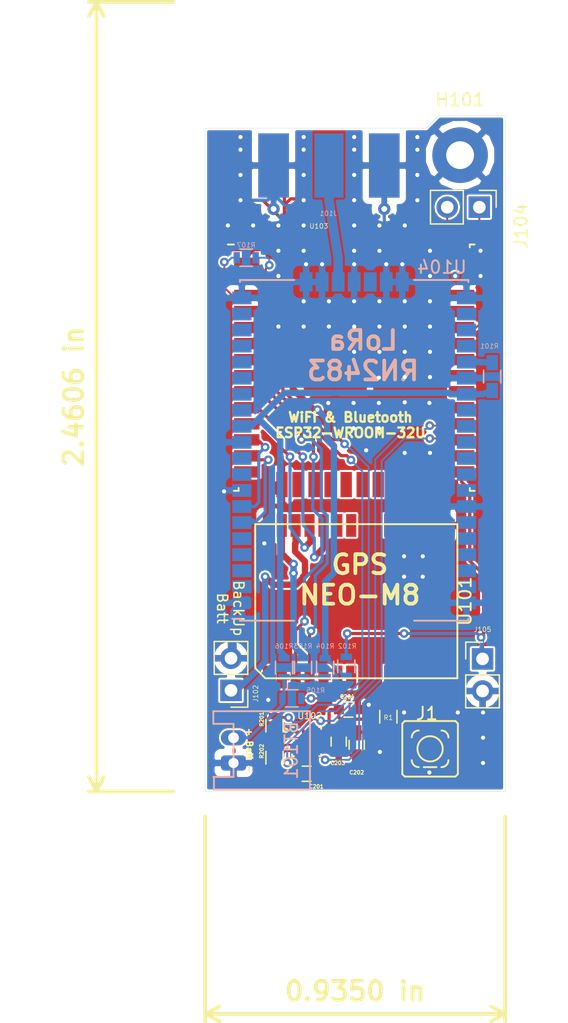
<source format=kicad_pcb>
(kicad_pcb (version 20171130) (host pcbnew 5.0.2+dfsg1-1~bpo9+1)
  (title_block (title "Cowbell ") (date 2019-03-01) (rev v02))
  (layers (0 F.Cu signal) (31 B.Cu signal) (34 B.Paste user) (35 F.Paste user) (36 B.SilkS user) (37 F.SilkS user) (38 B.Mask user) (39 F.Mask user) (44 Edge.Cuts user))
  (net 0 "")
  (net 1 GND)
  (net 2 "Net-(U101-Pad14)")
  (net 3 "Net-(U101-Pad15)")
  (net 4 "Net-(U101-Pad16)")
  (net 5 "Net-(U101-Pad17)")
  (net 6 "Net-(U101-Pad7)")
  (net 7 "Net-(U101-Pad18)")
  (net 8 "Net-(U101-Pad6)")
  (net 9 "Net-(U101-Pad19)")
  (net 10 "Net-(U101-Pad5)")
  (net 11 Tx0)
  (net 12 Rx0)
  (net 13 +3V3)
  (net 14 "Net-(U101-Pad2)")
  (net 15 "Net-(U101-Pad1)")
  (net 16 SCL)
  (net 17 SDA)
  (net 18 "Net-(U103-Pad37)")
  (net 19 "Net-(U103-Pad36)")
  (net 20 "Net-(U103-Pad33)")
  (net 21 "Net-(U103-Pad32)")
  (net 22 "Net-(U103-Pad31)")
  (net 23 "Net-(U103-Pad30)")
  (net 24 "Net-(U103-Pad29)")
  (net 25 "Net-(U103-Pad26)")
  (net 26 "Net-(U103-Pad24)")
  (net 27 "Net-(U103-Pad23)")
  (net 28 "Net-(U103-Pad22)")
  (net 29 "Net-(U103-Pad21)")
  (net 30 "Net-(U103-Pad20)")
  (net 31 "Net-(U103-Pad19)")
  (net 32 "Net-(U103-Pad18)")
  (net 33 "Net-(U103-Pad17)")
  (net 34 "Net-(U103-Pad16)")
  (net 35 "Net-(U103-Pad14)")
  (net 36 "Net-(U103-Pad5)")
  (net 37 "Net-(U103-Pad4)")
  (net 38 Tx1)
  (net 39 Rx1)
  (net 40 "Net-(J101-Pad1)")
  (net 41 "Net-(U104-Pad2)")
  (net 42 "Net-(U104-Pad3)")
  (net 43 "Net-(U104-Pad4)")
  (net 44 "Net-(U104-Pad5)")
  (net 45 "Net-(U104-Pad9)")
  (net 46 "Net-(U104-Pad10)")
  (net 47 "Net-(U104-Pad13)")
  (net 48 "Net-(U104-Pad14)")
  (net 49 "Net-(U104-Pad15)")
  (net 50 "Net-(U104-Pad16)")
  (net 51 "Net-(U104-Pad17)")
  (net 52 "Net-(U104-Pad18)")
  (net 53 "Net-(U104-Pad19)")
  (net 54 "Net-(U104-Pad29)")
  (net 55 "Net-(U104-Pad35)")
  (net 56 "Net-(U104-Pad36)")
  (net 57 "Net-(U104-Pad37)")
  (net 58 "Net-(U104-Pad38)")
  (net 59 "Net-(U104-Pad39)")
  (net 60 "Net-(U104-Pad40)")
  (net 61 "Net-(U104-Pad42)")
  (net 62 "Net-(U104-Pad43)")
  (net 63 "Net-(U104-Pad44)")
  (net 64 "Net-(U104-Pad45)")
  (net 65 "Net-(U104-Pad46)")
  (net 66 "Net-(R1-Pad1)")
  (net 67 "Net-(J1-Pad1)")
  (net 68 "Net-(R1-Pad2)")
  (net 69 "Net-(C201-Pad1)")
  (net 70 Int_MAG)
  (net 71 DRDY_MAG)
  (net 72 Extint)
  (net 73 Timepulse)
  (net 74 Int_XL)
  (net 75 "Net-(J104-Pad2)")
  (net 76 "Net-(J104-Pad1)")
  (net 77 "Net-(J105-Pad1)")
  (net 78 "Net-(R101-Pad2)")
  (net 79 "Net-(U104-Pad30)")
  (net 80 "Net-(U104-Pad31)")
  (net 81 "Net-(U104-Pad25)")
  (net 82 "Net-(C202-Pad1)")
  (net 83 /VCC102)
  (net 84 /VCC101)
  (net 85 /VCC103)
  (net 86 /VccGPS_backup)
  (net 87 "Net-(R107-Pad2)")
  (module Emborg:batt_Connector (layer B.Cu) (at 117.45 74.55 90)
    (fp_text reference BT101 (at 0 4.572 90) (layer B.SilkS) (effects (justify mirror)))
    (fp_text value Battery_Cell)
    (pad 2 thru_hole roundrect (at -1 0 90) (size 1.2 2) (drill 0.805) (layers *.Cu *.Mask) (net 1 GND))
    (pad 1 thru_hole oval (at 1 0 90) (size 1.2 2) (drill 0.85) (layers *.Cu *.Mask) (net 13 +3V3))
  )
  (module Pin_Headers:Pin_Header_Straight_1x02_Pitch2.54mm (layer F.Cu) (at 137.16 67.31)
    (fp_text reference J105 (at 0 -2.33) (layer F.SilkS) (effects (font (size 0.381 0.381) (thickness 0.0508))))
    (fp_text value Conn_01x02_Male)
    (pad 2 thru_hole oval (at 0 2.54) (size 1.7 1.7) (drill 1) (layers *.Cu *.Mask) (net 1 GND))
    (pad 1 thru_hole rect (at 0 0) (size 1.7 1.7) (drill 1) (layers *.Cu *.Mask) (net 77 "Net-(J105-Pad1)"))
  )
  (module Pin_Headers:Pin_Header_Straight_1x02_Pitch2.54mm (layer F.Cu) (at 117.25 69.8 180)
    (fp_text reference J102 (at -1.95 -0.25 90) (layer F.SilkS) (effects (font (size 0.381 0.381) (thickness 0.0508))))
    (fp_text value Conn_01x02_Male)
    (pad 2 thru_hole oval (at 0 2.54 180) (size 1.7 1.7) (drill 1) (layers *.Cu *.Mask) (net 1 GND))
    (pad 1 thru_hole rect (at 0 0 180) (size 1.7 1.7) (drill 1) (layers *.Cu *.Mask) (net 86 /VccGPS_backup))
  )
  (module Resistors_SMD:R_0603 (layer B.Cu) (at 118.45 35.55 180)
    (fp_text reference R107 (at 0 1 180) (layer B.SilkS) (effects (font (size 0.381 0.381) (thickness 0.0508)) (justify mirror)))
    (fp_text value 2k2)
    (pad 2 smd rect (at 0.75 0 180) (size 0.5 0.9) (layers B.Cu B.Paste B.Mask) (net 87 "Net-(R107-Pad2)"))
    (pad 1 smd rect (at -0.75 0 180) (size 0.5 0.9) (layers B.Cu B.Paste B.Mask) (net 85 /VCC103))
  )
  (module Resistors_SMD:R_0603 (layer B.Cu) (at 121.45 68 90)
    (fp_text reference R106 (at 1.7 0 180) (layer B.SilkS) (effects (font (size 0.381 0.381) (thickness 0.0508)) (justify mirror)))
    (fp_text value 10k)
    (pad 2 smd rect (at 0.75 0 90) (size 0.5 0.9) (layers B.Cu B.Paste B.Mask) (net 83 /VCC102))
    (pad 1 smd rect (at -0.75 0 90) (size 0.5 0.9) (layers B.Cu B.Paste B.Mask) (net 13 +3V3))
  )
  (module Resistors_SMD:R_0603 (layer B.Cu) (at 122.95 68 90)
    (fp_text reference R103 (at 1.7 0 180) (layer B.SilkS) (effects (font (size 0.381 0.381) (thickness 0.0508)) (justify mirror)))
    (fp_text value 2k2)
    (pad 2 smd rect (at 0.75 0 90) (size 0.5 0.9) (layers B.Cu B.Paste B.Mask) (net 84 /VCC101))
    (pad 1 smd rect (at -0.75 0 90) (size 0.5 0.9) (layers B.Cu B.Paste B.Mask) (net 13 +3V3))
  )
  (module Resistors_SMD:R_0603 (layer B.Cu) (at 124.7 68 90)
    (fp_text reference R104 (at 1.7 0 180) (layer B.SilkS) (effects (font (size 0.381 0.381) (thickness 0.0508)) (justify mirror)))
    (fp_text value 2k2)
    (pad 1 smd rect (at -0.75 0 90) (size 0.5 0.9) (layers B.Cu B.Paste B.Mask) (net 13 +3V3))
    (pad 2 smd rect (at 0.75 0 90) (size 0.5 0.9) (layers B.Cu B.Paste B.Mask) (net 85 /VCC103))
  )
  (module Resistors_SMD:R_0603 (layer B.Cu) (at 122.058 70.434)
    (fp_text reference R105 (at 1.892 -0.634) (layer B.SilkS) (effects (font (size 0.381 0.381) (thickness 0.0508)) (justify mirror)))
    (fp_text value 2k2)
    (pad 2 smd rect (at 0.75 0) (size 0.5 0.9) (layers B.Cu B.Paste B.Mask) (net 82 "Net-(C202-Pad1)"))
    (pad 1 smd rect (at -0.75 0) (size 0.5 0.9) (layers B.Cu B.Paste B.Mask) (net 13 +3V3))
  )
  (module Mounting_Holes:MountingHole_2.2mm_M2_Pad (layer F.Cu) (at 135.382 27.432)
    (fp_text reference H101 (at 0 -4.382) (layer F.SilkS))
    (fp_text value MountingHole_Pad)
    (pad 1 thru_hole circle (at 0 0) (size 4.4 4.4) (drill 2.2) (layers *.Cu *.Mask) (net 1 GND))
  )
  (module Emborg:NEO-M8 (layer F.Cu) (at 127.166 62.743 180)
    (fp_text reference U101 (at -8.6 0 -90) (layer F.SilkS))
    (fp_text value NEO-M8)
    (pad 12 smd rect (at -7 -6 180) (size 0.8 1.8) (layers F.Cu F.Paste F.Mask) (net 1 GND))
    (pad 13 smd rect (at -7 6 180) (size 0.8 1.8) (layers F.Cu F.Paste F.Mask) (net 1 GND))
    (pad 11 smd rect (at -5.9 -6 180) (size 0.8 1.8) (layers F.Cu F.Paste F.Mask) (net 67 "Net-(J1-Pad1)"))
    (pad 14 smd rect (at -5.9 6 180) (size 0.8 1.8) (layers F.Cu F.Paste F.Mask) (net 2 "Net-(U101-Pad14)"))
    (pad 10 smd rect (at -4.8 -6 180) (size 0.8 1.8) (layers F.Cu F.Paste F.Mask) (net 1 GND))
    (pad 15 smd rect (at -4.8 6 180) (size 0.8 1.8) (layers F.Cu F.Paste F.Mask) (net 3 "Net-(U101-Pad15)"))
    (pad 9 smd rect (at -3.7 -6 180) (size 0.8 1.8) (layers F.Cu F.Paste F.Mask) (net 66 "Net-(R1-Pad1)"))
    (pad 16 smd rect (at -3.7 6 180) (size 0.8 1.8) (layers F.Cu F.Paste F.Mask) (net 4 "Net-(U101-Pad16)"))
    (pad 8 smd rect (at -2.6 -6 180) (size 0.8 1.8) (layers F.Cu F.Paste F.Mask) (net 68 "Net-(R1-Pad2)"))
    (pad 17 smd rect (at -2.6 6 180) (size 0.8 1.8) (layers F.Cu F.Paste F.Mask) (net 5 "Net-(U101-Pad17)"))
    (pad 7 smd rect (at 0.4 -6 180) (size 0.8 1.8) (layers F.Cu F.Paste F.Mask) (net 6 "Net-(U101-Pad7)"))
    (pad 18 smd rect (at 0.4 6 180) (size 0.8 1.8) (layers F.Cu F.Paste F.Mask) (net 7 "Net-(U101-Pad18)"))
    (pad 6 smd rect (at 1.5 -6 180) (size 0.8 1.8) (layers F.Cu F.Paste F.Mask) (net 8 "Net-(U101-Pad6)"))
    (pad 19 smd rect (at 1.5 6 180) (size 0.8 1.8) (layers F.Cu F.Paste F.Mask) (net 9 "Net-(U101-Pad19)"))
    (pad 5 smd rect (at 2.6 -6 180) (size 0.8 1.8) (layers F.Cu F.Paste F.Mask) (net 10 "Net-(U101-Pad5)"))
    (pad 20 smd rect (at 2.6 6 180) (size 0.8 1.8) (layers F.Cu F.Paste F.Mask) (net 11 Tx0))
    (pad 4 smd rect (at 3.7 -6 180) (size 0.8 1.8) (layers F.Cu F.Paste F.Mask) (net 72 Extint))
    (pad 21 smd rect (at 3.7 6 180) (size 0.8 1.8) (layers F.Cu F.Paste F.Mask) (net 12 Rx0))
    (pad 3 smd rect (at 4.8 -6 180) (size 0.8 1.8) (layers F.Cu F.Paste F.Mask) (net 73 Timepulse))
    (pad 22 smd rect (at 4.8 6 180) (size 0.8 1.8) (layers F.Cu F.Paste F.Mask) (net 86 /VccGPS_backup))
    (pad 2 smd rect (at 5.9 -6 180) (size 0.8 1.8) (layers F.Cu F.Paste F.Mask) (net 14 "Net-(U101-Pad2)"))
    (pad 23 smd rect (at 5.9 6 180) (size 0.8 1.8) (layers F.Cu F.Paste F.Mask) (net 84 /VCC101))
    (pad 1 smd rect (at 7 -6 180) (size 0.8 1.8) (layers F.Cu F.Paste F.Mask) (net 15 "Net-(U101-Pad1)"))
    (pad 24 smd rect (at 7 6 180) (size 0.8 1.8) (layers F.Cu F.Paste F.Mask) (net 1 GND))
  )
  (module Resistors_SMD:R_0603 (layer F.Cu) (at 120.694 72.588 270)
    (fp_text reference R201 (at -0.508 1.016 270) (layer F.SilkS) (effects (font (size 0.3 0.3) (thickness 0.075))))
    (fp_text value 2k2)
    (pad 1 smd rect (at -0.75 0 270) (size 0.5 0.9) (layers F.Cu F.Paste F.Mask) (net 16 SCL))
    (pad 2 smd rect (at 0.75 0 270) (size 0.5 0.9) (layers F.Cu F.Paste F.Mask) (net 82 "Net-(C202-Pad1)"))
  )
  (module Resistors_SMD:R_0603 (layer F.Cu) (at 120.694 75.128 270)
    (fp_text reference R202 (at -0.508 1.016 270) (layer F.SilkS) (effects (font (size 0.3 0.3) (thickness 0.075))))
    (fp_text value 2k2)
    (pad 2 smd rect (at 0.75 0 270) (size 0.5 0.9) (layers F.Cu F.Paste F.Mask) (net 17 SDA))
    (pad 1 smd rect (at -0.75 0 270) (size 0.5 0.9) (layers F.Cu F.Paste F.Mask) (net 82 "Net-(C202-Pad1)"))
  )
  (module Capacitors_SMD:C_0603 (layer F.Cu) (at 123.234 76.398)
    (fp_text reference C201 (at 0.762 1.016 180) (layer F.SilkS) (effects (font (size 0.3 0.3) (thickness 0.075))))
    (fp_text value 0.1µF)
    (pad 2 smd rect (at 0.75 0) (size 0.8 0.75) (layers F.Cu F.Paste F.Mask) (net 1 GND))
    (pad 1 smd rect (at -0.75 0) (size 0.8 0.75) (layers F.Cu F.Paste F.Mask) (net 69 "Net-(C201-Pad1)"))
  )
  (module Capacitors_SMD:C_0603 (layer F.Cu) (at 126.536 71.318)
    (fp_text reference C204 (at -0.086 -1.018) (layer F.SilkS) (effects (font (size 0.3 0.3) (thickness 0.075))))
    (fp_text value 0.1µF)
    (pad 1 smd rect (at -0.75 0) (size 0.8 0.75) (layers F.Cu F.Paste F.Mask) (net 82 "Net-(C202-Pad1)"))
    (pad 2 smd rect (at 0.75 0) (size 0.8 0.75) (layers F.Cu F.Paste F.Mask) (net 1 GND))
  )
  (module Capacitors_SMD:C_0603 (layer F.Cu) (at 125.774 73.858 270)
    (fp_text reference C203 (at 1.692 0.074 180) (layer F.SilkS) (effects (font (size 0.3 0.3) (thickness 0.075))))
    (fp_text value 0.1µF)
    (pad 1 smd rect (at -0.75 0 270) (size 0.8 0.75) (layers F.Cu F.Paste F.Mask) (net 82 "Net-(C202-Pad1)"))
    (pad 2 smd rect (at 0.75 0 270) (size 0.8 0.75) (layers F.Cu F.Paste F.Mask) (net 1 GND))
  )
  (module Capacitors_SMD:C_0603_HandSoldering (layer F.Cu) (at 127.2 74.112 270)
    (fp_text reference C202 (at 2.188 0 180) (layer F.SilkS) (effects (font (size 0.3 0.3) (thickness 0.075))))
    (fp_text value 10µF)
    (pad 2 smd rect (at 0.95 0 270) (size 1.2 0.75) (layers F.Cu F.Paste F.Mask) (net 1 GND))
    (pad 1 smd rect (at -0.95 0 270) (size 1.2 0.75) (layers F.Cu F.Paste F.Mask) (net 82 "Net-(C202-Pad1)"))
  )
  (module Emborg:u.fl (layer F.Cu) (at 133.008 74.427)
    (fp_text reference J1 (at -0.254 -2.794) (layer F.SilkS))
    (fp_text value Conn_Coaxial)
    (pad 2 smd rect (at 1.475 0.025) (size 1.05 2.2) (layers F.Cu F.Paste F.Mask) (net 1 GND))
    (pad 2 smd rect (at -1.475 0.025) (size 1.05 2.2) (layers F.Cu F.Paste F.Mask) (net 1 GND))
    (pad 1 smd rect (at 0 -1.5) (size 1 1.05) (layers F.Cu F.Paste F.Mask) (net 67 "Net-(J1-Pad1)"))
  )
  (module Resistors_SMD:R_0603_HandSoldering (layer F.Cu) (at 129.706 71.887 270)
    (fp_text reference R1 (at 0.071 0.006) (layer F.SilkS) (effects (font (size 0.381 0.381) (thickness 0.0508))))
    (fp_text value DNC)
    (pad 1 smd rect (at -1.1 0 270) (size 1.2 0.9) (layers F.Cu F.Paste F.Mask) (net 66 "Net-(R1-Pad1)"))
    (pad 2 smd rect (at 1.1 0 270) (size 1.2 0.9) (layers F.Cu F.Paste F.Mask) (net 68 "Net-(R1-Pad2)"))
  )
  (module Resistors_SMD:R_0603_HandSoldering (layer B.Cu) (at 137.922 44.958 90)
    (fp_text reference R101 (at 2.408 -0.222 180) (layer B.SilkS) (effects (font (size 0.381 0.381) (thickness 0.0508)) (justify mirror)))
    (fp_text value 10k)
    (pad 2 smd rect (at 1.1 0 90) (size 1.2 0.9) (layers B.Cu B.Paste B.Mask) (net 78 "Net-(R101-Pad2)"))
    (pad 1 smd rect (at -1.1 0 90) (size 1.2 0.9) (layers B.Cu B.Paste B.Mask) (net 83 /VCC102))
  )
  (module Emborg:RN2483 (layer B.Cu) (at 127 50.8)
    (fp_text reference U104 (at 6.95 -14.5) (layer B.SilkS) (effects (justify mirror)))
    (fp_text value RN2483A-I)
    (pad 1 smd roundrect (at -8.89 12.065 270) (size 1.016 1.524) (layers B.Cu B.Paste B.Mask) (net 1 GND))
    (pad 2 smd rect (at -8.89 10.795 270) (size 1.016 1.524) (layers B.Cu B.Paste B.Mask) (net 41 "Net-(U104-Pad2)"))
    (pad 3 smd rect (at -8.89 9.525 270) (size 1.016 1.524) (layers B.Cu B.Paste B.Mask) (net 42 "Net-(U104-Pad3)"))
    (pad 4 smd rect (at -8.89 8.255 270) (size 1.016 1.524) (layers B.Cu B.Paste B.Mask) (net 43 "Net-(U104-Pad4)"))
    (pad 5 smd rect (at -8.89 6.985 270) (size 1.016 1.524) (layers B.Cu B.Paste B.Mask) (net 44 "Net-(U104-Pad5)"))
    (pad 6 smd rect (at -8.89 5.715 270) (size 1.016 1.524) (layers B.Cu B.Paste B.Mask) (net 38 Tx1))
    (pad 7 smd rect (at -8.89 4.445 270) (size 1.016 1.524) (layers B.Cu B.Paste B.Mask) (net 39 Rx1))
    (pad 8 smd rect (at -8.89 3.175 270) (size 1.016 1.524) (layers B.Cu B.Paste B.Mask) (net 1 GND))
    (pad 9 smd rect (at -8.89 1.905 270) (size 1.016 1.524) (layers B.Cu B.Paste B.Mask) (net 45 "Net-(U104-Pad9)"))
    (pad 10 smd rect (at -8.89 0.635 270) (size 1.016 1.524) (layers B.Cu B.Paste B.Mask) (net 46 "Net-(U104-Pad10)"))
    (pad 11 smd rect (at -8.89 -0.635 270) (size 1.016 1.524) (layers B.Cu B.Paste B.Mask) (net 1 GND))
    (pad 12 smd rect (at -8.89 -1.905 270) (size 1.016 1.524) (layers B.Cu B.Paste B.Mask) (net 83 /VCC102))
    (pad 13 smd rect (at -8.89 -3.175 270) (size 1.016 1.524) (layers B.Cu B.Paste B.Mask) (net 47 "Net-(U104-Pad13)"))
    (pad 14 smd rect (at -8.89 -4.445 270) (size 1.016 1.524) (layers B.Cu B.Paste B.Mask) (net 48 "Net-(U104-Pad14)"))
    (pad 15 smd rect (at -8.89 -5.715 270) (size 1.016 1.524) (layers B.Cu B.Paste B.Mask) (net 49 "Net-(U104-Pad15)"))
    (pad 16 smd rect (at -8.89 -6.985 270) (size 1.016 1.524) (layers B.Cu B.Paste B.Mask) (net 50 "Net-(U104-Pad16)"))
    (pad 17 smd rect (at -8.89 -8.255 270) (size 1.016 1.524) (layers B.Cu B.Paste B.Mask) (net 51 "Net-(U104-Pad17)"))
    (pad 18 smd rect (at -8.89 -9.525 270) (size 1.016 1.524) (layers B.Cu B.Paste B.Mask) (net 52 "Net-(U104-Pad18)"))
    (pad 19 smd rect (at -8.89 -10.795 270) (size 1.016 1.524) (layers B.Cu B.Paste B.Mask) (net 53 "Net-(U104-Pad19)"))
    (pad 20 smd rect (at -8.89 -12.065 270) (size 1.016 1.524) (layers B.Cu B.Paste B.Mask) (net 1 GND))
    (pad 21 smd rect (at -3.81 -13.335) (size 1.016 1.524) (layers B.Cu B.Paste B.Mask) (net 1 GND))
    (pad 22 smd rect (at -2.54 -13.335) (size 1.016 1.524) (layers B.Cu B.Paste B.Mask) (net 1 GND))
    (pad 23 smd rect (at -1.27 -13.335) (size 1.016 1.524) (layers B.Cu B.Paste B.Mask) (net 40 "Net-(J101-Pad1)"))
    (pad 24 smd rect (at 0 -13.335) (size 1.016 1.524) (layers B.Cu B.Paste B.Mask) (net 1 GND))
    (pad 25 smd rect (at 1.27 -13.335) (size 1.016 1.524) (layers B.Cu B.Paste B.Mask) (net 81 "Net-(U104-Pad25)"))
    (pad 26 smd rect (at 2.54 -13.335) (size 1.016 1.524) (layers B.Cu B.Paste B.Mask) (net 1 GND))
    (pad 27 smd rect (at 3.81 -13.335) (size 1.016 1.524) (layers B.Cu B.Paste B.Mask) (net 1 GND))
    (pad 28 smd rect (at 8.89 -12.065 270) (size 1.016 1.524) (layers B.Cu B.Paste B.Mask) (net 1 GND))
    (pad 29 smd rect (at 8.89 -10.795 270) (size 1.016 1.524) (layers B.Cu B.Paste B.Mask) (net 54 "Net-(U104-Pad29)"))
    (pad 30 smd rect (at 8.89 -9.525 270) (size 1.016 1.524) (layers B.Cu B.Paste B.Mask) (net 79 "Net-(U104-Pad30)"))
    (pad 31 smd rect (at 8.89 -8.255 270) (size 1.016 1.524) (layers B.Cu B.Paste B.Mask) (net 80 "Net-(U104-Pad31)"))
    (pad 32 smd rect (at 8.89 -6.985 270) (size 1.016 1.524) (layers B.Cu B.Paste B.Mask) (net 78 "Net-(R101-Pad2)"))
    (pad 33 smd rect (at 8.89 -5.715 270) (size 1.016 1.524) (layers B.Cu B.Paste B.Mask) (net 1 GND))
    (pad 34 smd rect (at 8.89 -4.445 270) (size 1.016 1.524) (layers B.Cu B.Paste B.Mask) (net 83 /VCC102))
    (pad 35 smd rect (at 8.89 -3.175 270) (size 1.016 1.524) (layers B.Cu B.Paste B.Mask) (net 55 "Net-(U104-Pad35)"))
    (pad 36 smd rect (at 8.89 -1.905 270) (size 1.016 1.524) (layers B.Cu B.Paste B.Mask) (net 56 "Net-(U104-Pad36)"))
    (pad 37 smd rect (at 8.89 -0.635 270) (size 1.016 1.524) (layers B.Cu B.Paste B.Mask) (net 57 "Net-(U104-Pad37)"))
    (pad 38 smd rect (at 8.89 0.635 270) (size 1.016 1.524) (layers B.Cu B.Paste B.Mask) (net 58 "Net-(U104-Pad38)"))
    (pad 39 smd rect (at 8.89 1.905 270) (size 1.016 1.524) (layers B.Cu B.Paste B.Mask) (net 59 "Net-(U104-Pad39)"))
    (pad 40 smd rect (at 8.89 3.175 270) (size 1.016 1.524) (layers B.Cu B.Paste B.Mask) (net 60 "Net-(U104-Pad40)"))
    (pad 41 smd rect (at 8.89 4.445 270) (size 1.016 1.524) (layers B.Cu B.Paste B.Mask) (net 1 GND))
    (pad 42 smd rect (at 8.89 5.715 270) (size 1.016 1.524) (layers B.Cu B.Paste B.Mask) (net 61 "Net-(U104-Pad42)"))
    (pad 43 smd rect (at 8.89 6.985 270) (size 1.016 1.524) (layers B.Cu B.Paste B.Mask) (net 62 "Net-(U104-Pad43)"))
    (pad 44 smd rect (at 8.89 8.255 270) (size 1.016 1.524) (layers B.Cu B.Paste B.Mask) (net 63 "Net-(U104-Pad44)"))
    (pad 45 smd rect (at 8.89 9.525 270) (size 1.016 1.524) (layers B.Cu B.Paste B.Mask) (net 64 "Net-(U104-Pad45)"))
    (pad 46 smd rect (at 8.89 10.795 270) (size 1.016 1.524) (layers B.Cu B.Paste B.Mask) (net 65 "Net-(U104-Pad46)"))
    (pad 47 smd rect (at 8.89 12.065 270) (size 1.016 1.524) (layers B.Cu B.Paste B.Mask) (net 1 GND))
  )
  (module Emborg:QFN-12_2x2_lsm303c (layer F.Cu) (at 123.234 73.858)
    (fp_text reference U102 (at 0.254 -2.032) (layer F.SilkS) (effects (font (size 0.5 0.5) (thickness 0.075))))
    (fp_text value LSM303C)
    (pad 1 smd rect (at -0.75 -0.75 90) (size 0.25 0.275) (layers F.Cu F.Paste F.Mask) (net 16 SCL))
    (pad 2 smd rect (at -0.75 -0.25 90) (size 0.25 0.275) (layers F.Cu F.Paste F.Mask) (net 82 "Net-(C202-Pad1)"))
    (pad 3 smd rect (at -0.75 0.25 90) (size 0.25 0.275) (layers F.Cu F.Paste F.Mask) (net 82 "Net-(C202-Pad1)"))
    (pad 4 smd rect (at -0.75 0.75 90) (size 0.25 0.275) (layers F.Cu F.Paste F.Mask) (net 17 SDA))
    (pad 5 smd rect (at -0.25 0.75) (size 0.25 0.275) (layers F.Cu F.Paste F.Mask) (net 69 "Net-(C201-Pad1)"))
    (pad 6 smd rect (at 0.25 0.75) (size 0.25 0.275) (layers F.Cu F.Paste F.Mask) (net 1 GND))
    (pad 7 smd rect (at 0.75 0.75 90) (size 0.25 0.275) (layers F.Cu F.Paste F.Mask) (net 70 Int_MAG))
    (pad 8 smd rect (at 0.75 0.25 90) (size 0.25 0.275) (layers F.Cu F.Paste F.Mask) (net 1 GND))
    (pad 9 smd rect (at 0.75 -0.25 90) (size 0.25 0.275) (layers F.Cu F.Paste F.Mask) (net 82 "Net-(C202-Pad1)"))
    (pad 10 smd rect (at 0.75 -0.75 90) (size 0.25 0.275) (layers F.Cu F.Paste F.Mask) (net 82 "Net-(C202-Pad1)"))
    (pad 11 smd rect (at 0.25 -0.75) (size 0.25 0.275) (layers F.Cu F.Paste F.Mask) (net 71 DRDY_MAG))
    (pad 12 smd rect (at -0.25 -0.75) (size 0.25 0.275) (layers F.Cu F.Paste F.Mask) (net 74 Int_XL))
  )
  (module Emborg:SP32-WROOM-32U (layer F.Cu) (at 127 44.255)
    (fp_text reference U103 (at -2.8 -11.205) (layer F.SilkS) (effects (font (size 0.381 0.381) (thickness 0.0508))))
    (fp_text value ESP32-WROOM-32)
    (pad 39 smd rect (at -1.5 -0.755) (size 5 5) (layers F.Cu F.Paste F.Mask) (net 1 GND))
    (pad 38 smd rect (at 8.5 -8.255 90) (size 0.9 2) (layers F.Cu F.Paste F.Mask) (net 1 GND))
    (pad 37 smd rect (at 8.5 -6.985 90) (size 0.9 2) (layers F.Cu F.Paste F.Mask) (net 18 "Net-(U103-Pad37)"))
    (pad 36 smd rect (at 8.5 -5.715 90) (size 0.9 2) (layers F.Cu F.Paste F.Mask) (net 19 "Net-(U103-Pad36)"))
    (pad 35 smd rect (at 8.5 -4.445 90) (size 0.9 2) (layers F.Cu F.Paste F.Mask) (net 75 "Net-(J104-Pad2)"))
    (pad 34 smd rect (at 8.5 -3.175 90) (size 0.9 2) (layers F.Cu F.Paste F.Mask) (net 76 "Net-(J104-Pad1)"))
    (pad 33 smd rect (at 8.5 -1.905 90) (size 0.9 2) (layers F.Cu F.Paste F.Mask) (net 20 "Net-(U103-Pad33)"))
    (pad 32 smd rect (at 8.5 -0.635 90) (size 0.9 2) (layers F.Cu F.Paste F.Mask) (net 21 "Net-(U103-Pad32)"))
    (pad 31 smd rect (at 8.5 0.635 90) (size 0.9 2) (layers F.Cu F.Paste F.Mask) (net 22 "Net-(U103-Pad31)"))
    (pad 30 smd rect (at 8.5 1.905 90) (size 0.9 2) (layers F.Cu F.Paste F.Mask) (net 23 "Net-(U103-Pad30)"))
    (pad 29 smd rect (at 8.5 3.175 90) (size 0.9 2) (layers F.Cu F.Paste F.Mask) (net 24 "Net-(U103-Pad29)"))
    (pad 28 smd rect (at 8.5 4.445 90) (size 0.9 2) (layers F.Cu F.Paste F.Mask) (net 74 Int_XL))
    (pad 27 smd rect (at 8.5 5.715 90) (size 0.9 2) (layers F.Cu F.Paste F.Mask) (net 70 Int_MAG))
    (pad 26 smd rect (at 8.5 6.985 90) (size 0.9 2) (layers F.Cu F.Paste F.Mask) (net 25 "Net-(U103-Pad26)"))
    (pad 25 smd rect (at 8.5 8.255 90) (size 0.9 2) (layers F.Cu F.Paste F.Mask) (net 77 "Net-(J105-Pad1)"))
    (pad 24 smd rect (at 5.715 9.255) (size 0.9 2) (layers F.Cu F.Paste F.Mask) (net 26 "Net-(U103-Pad24)"))
    (pad 23 smd rect (at 4.445 9.255) (size 0.9 2) (layers F.Cu F.Paste F.Mask) (net 27 "Net-(U103-Pad23)"))
    (pad 22 smd rect (at 3.175 9.255) (size 0.9 2) (layers F.Cu F.Paste F.Mask) (net 28 "Net-(U103-Pad22)"))
    (pad 21 smd rect (at 1.905 9.255) (size 0.9 2) (layers F.Cu F.Paste F.Mask) (net 29 "Net-(U103-Pad21)"))
    (pad 20 smd rect (at 0.635 9.255) (size 0.9 2) (layers F.Cu F.Paste F.Mask) (net 30 "Net-(U103-Pad20)"))
    (pad 19 smd rect (at -0.635 9.255) (size 0.9 2) (layers F.Cu F.Paste F.Mask) (net 31 "Net-(U103-Pad19)"))
    (pad 18 smd rect (at -1.905 9.255) (size 0.9 2) (layers F.Cu F.Paste F.Mask) (net 32 "Net-(U103-Pad18)"))
    (pad 17 smd rect (at -3.175 9.255) (size 0.9 2) (layers F.Cu F.Paste F.Mask) (net 33 "Net-(U103-Pad17)"))
    (pad 16 smd rect (at -4.445 9.255) (size 0.9 2) (layers F.Cu F.Paste F.Mask) (net 34 "Net-(U103-Pad16)"))
    (pad 15 smd rect (at -5.715 9.255) (size 0.9 2) (layers F.Cu F.Paste F.Mask) (net 1 GND))
    (pad 14 smd rect (at -8.5 8.255 90) (size 0.9 2) (layers F.Cu F.Paste F.Mask) (net 35 "Net-(U103-Pad14)"))
    (pad 13 smd rect (at -8.5 6.985 90) (size 0.9 2) (layers F.Cu F.Paste F.Mask) (net 38 Tx1))
    (pad 12 smd rect (at -8.5 5.715 90) (size 0.9 2) (layers F.Cu F.Paste F.Mask) (net 39 Rx1))
    (pad 11 smd rect (at -8.5 4.445 90) (size 0.9 2) (layers F.Cu F.Paste F.Mask) (net 12 Rx0))
    (pad 10 smd rect (at -8.5 3.175 90) (size 0.9 2) (layers F.Cu F.Paste F.Mask) (net 11 Tx0))
    (pad 9 smd rect (at -8.5 1.905 90) (size 0.9 2) (layers F.Cu F.Paste F.Mask) (net 72 Extint))
    (pad 8 smd rect (at -8.5 0.635 90) (size 0.9 2) (layers F.Cu F.Paste F.Mask) (net 73 Timepulse))
    (pad 7 smd rect (at -8.5 -0.635 90) (size 0.9 2) (layers F.Cu F.Paste F.Mask) (net 16 SCL))
    (pad 6 smd rect (at -8.5 -1.905 90) (size 0.9 2) (layers F.Cu F.Paste F.Mask) (net 17 SDA))
    (pad 5 smd rect (at -8.5 -3.175 90) (size 0.9 2) (layers F.Cu F.Paste F.Mask) (net 36 "Net-(U103-Pad5)"))
    (pad 4 smd rect (at -8.5 -4.445 90) (size 0.9 2) (layers F.Cu F.Paste F.Mask) (net 37 "Net-(U103-Pad4)"))
    (pad 3 smd rect (at -8.5 -5.715 90) (size 0.9 2) (layers F.Cu F.Paste F.Mask) (net 87 "Net-(R107-Pad2)"))
    (pad 2 smd rect (at -8.5 -6.985 90) (size 0.9 2) (layers F.Cu F.Paste F.Mask) (net 85 /VCC103))
    (pad 1 smd rect (at -8.5 -8.255 90) (size 0.9 2) (layers F.Cu F.Paste F.Mask) (net 1 GND))
  )
  (module Connectors_Molex:Molex_SMA_Jack_Edge_Mount (layer B.Cu) (at 125 29.972 270)
    (fp_text reference J101 (at 2.078 0.05) (layer B.SilkS) (effects (font (size 0.381 0.381) (thickness 0.0508)) (justify mirror)))
    (fp_text value Conn_Coaxial)
    (pad 1 smd rect (at -1.72 0 270) (size 5.08 2.29) (layers B.Cu B.Paste B.Mask) (net 40 "Net-(J101-Pad1)"))
    (pad 2 smd rect (at -1.72 4.38 270) (size 5.08 2.42) (layers B.Cu B.Paste B.Mask) (net 1 GND))
    (pad 2 smd rect (at -1.72 -4.38 270) (size 5.08 2.42) (layers B.Cu B.Paste B.Mask) (net 1 GND))
    (pad 2 smd rect (at -1.72 4.38 270) (size 5.08 2.42) (layers F.Cu F.Paste F.Mask) (net 1 GND))
    (pad 2 smd rect (at -1.72 -4.38 270) (size 5.08 2.42) (layers F.Cu F.Paste F.Mask) (net 1 GND))
    (pad 2 thru_hole circle (at 1.72 4.38 270) (size 0.97 0.97) (drill 0.46) (layers *.Cu) (net 1 GND))
    (pad 2 thru_hole circle (at 1.72 -4.38 270) (size 0.97 0.97) (drill 0.46) (layers *.Cu) (net 1 GND))
    (pad 2 smd rect (at 1.27 4.38 270) (size 0.89 0.46) (layers B.Cu) (net 1 GND))
    (pad 2 smd rect (at 1.27 -4.38 270) (size 0.89 0.46) (layers B.Cu) (net 1 GND))
    (pad 2 smd rect (at 1.27 4.38 270) (size 0.89 0.46) (layers F.Cu) (net 1 GND))
    (pad 2 smd rect (at 1.27 -4.38 270) (size 0.89 0.46) (layers F.Cu) (net 1 GND))
  )
  (module Pin_Headers:Pin_Header_Straight_1x02_Pitch2.54mm (layer F.Cu) (at 136.906 31.55 270)
    (fp_text reference J104 (at 1.5 -3.294 270) (layer F.SilkS))
    (fp_text value Conn_01x02_Male)
    (pad 1 thru_hole rect (at 0 0 270) (size 1.7 1.7) (drill 1) (layers *.Cu *.Mask) (net 76 "Net-(J104-Pad1)"))
    (pad 2 thru_hole oval (at 0 2.54 270) (size 1.7 1.7) (drill 1) (layers *.Cu *.Mask) (net 75 "Net-(J104-Pad2)"))
  )
  (module Resistors_SMD:R_0603 (layer B.Cu) (at 126.376 67.894 90)
    (fp_text reference R102 (at 1.594 0.074 180) (layer B.SilkS) (effects (font (size 0.381 0.381) (thickness 0.0508)) (justify mirror)))
    (fp_text value 2k2)
    (pad 2 smd rect (at 0.75 0 90) (size 0.5 0.9) (layers B.Cu B.Paste B.Mask) (net 77 "Net-(J105-Pad1)"))
    (pad 1 smd rect (at -0.75 0 90) (size 0.5 0.9) (layers B.Cu B.Paste B.Mask) (net 85 /VCC103))
  )
  (gr_text "+ Batt -" (at 118.7 74.55 270) (layer F.SilkS) (effects (font (size 0.5 0.5) (thickness 0.125))))
  (gr_text "BackUp\nBatt" (at 117.2 63.3 270) (layer F.SilkS) (effects (font (size 0.8 0.8) (thickness 0.125))))
  (gr_text "GPS\nNEO-M8" (at 127.45 61.05) (layer F.SilkS) (effects (font (size 1.5 1.5) (thickness 0.3))))
  (gr_text "WiFi & Bluetooth\nESP32-WROOM-32U" (at 126.7 48.8) (layer F.SilkS) (effects (font (size 0.762 0.762) (thickness 0.1905))))
  (gr_text "LoRa\nRN2483" (at 127.7 43.3) (layer B.SilkS) (effects (font (size 1.5 1.5) (thickness 0.3)) (justify mirror)))
  (gr_line (start 115.2 25.3) (end 115.2 77.8) (layer Edge.Cuts) (width 0.0254))
  (gr_line (start 132.7 25.3) (end 115.2 25.3) (layer Edge.Cuts) (width 0.0254))
  (gr_line (start 133.7 24.3) (end 132.7 25.3) (layer Edge.Cuts) (width 0.0254))
  (gr_line (start 138.95 24.3) (end 133.7 24.3) (layer Edge.Cuts) (width 0.0254))
  (gr_line (start 138.95 77.8) (end 138.95 24.3) (layer Edge.Cuts) (width 0.0254))
  (gr_line (start 115.2 77.8) (end 138.95 77.8) (layer Edge.Cuts) (width 0.0254))
  (dimension 23.75 (width 0.3) (layer F.SilkS) (gr_text "23.750 mm" (at 127.075 97.509791) (layer F.SilkS) (effects (font (size 1.5 1.5) (thickness 0.3)))) (feature1 (pts (xy 138.95 79.8) (xy 138.95 95.996212))) (feature2 (pts (xy 115.2 79.8) (xy 115.2 95.996212))) (crossbar (pts (xy 115.2 95.409791) (xy 138.95 95.409791))) (arrow1a (pts (xy 138.95 95.409791) (xy 137.823496 95.996212))) (arrow1b (pts (xy 138.95 95.409791) (xy 137.823496 94.82337))) (arrow2a (pts (xy 115.2 95.409791) (xy 116.326504 95.996212))) (arrow2b (pts (xy 115.2 95.409791) (xy 116.326504 94.82337))))
  (dimension 62.5 (width 0.3) (layer F.SilkS) (gr_text "62.500 mm" (at 104.500946 46.55 270) (layer F.SilkS) (effects (font (size 1.5 1.5) (thickness 0.3)))) (feature1 (pts (xy 112.7 77.8) (xy 106.014525 77.8))) (feature2 (pts (xy 112.7 15.3) (xy 106.014525 15.3))) (crossbar (pts (xy 106.600946 15.3) (xy 106.600946 77.8))) (arrow1a (pts (xy 106.600946 77.8) (xy 106.014525 76.673496))) (arrow1b (pts (xy 106.600946 77.8) (xy 107.187367 76.673496))) (arrow2a (pts (xy 106.600946 15.3) (xy 106.014525 16.426504))) (arrow2b (pts (xy 106.600946 15.3) (xy 107.187367 16.426504))))
  (segment (start 117.486 74.67059) (end 117.486 74.498) (width 0.254) (layer F.Cu) (net 0))
  (via (at 127 36.068) (size 0.6858) (drill 0.3302) (layers F.Cu B.Cu) (net 1))
  (via (at 129.54 36.068) (size 0.6858) (drill 0.3302) (layers F.Cu B.Cu) (net 1))
  (via (at 130.81 36.068) (size 0.6858) (drill 0.3302) (layers F.Cu B.Cu) (net 1))
  (via (at 124.46 36.068) (size 0.6858) (drill 0.3302) (layers F.Cu B.Cu) (net 1))
  (via (at 123.19 36.068) (size 0.6858) (drill 0.3302) (layers F.Cu B.Cu) (net 1))
  (via (at 121 35) (size 0.6858) (drill 0.3302) (layers F.Cu B.Cu) (net 1))
  (via (at 123 31) (size 0.6858) (drill 0.3302) (layers F.Cu B.Cu) (net 1))
  (via (at 127 29) (size 0.6858) (drill 0.3302) (layers F.Cu B.Cu) (net 1))
  (via (at 127 27) (size 0.6858) (drill 0.3302) (layers F.Cu B.Cu) (net 1))
  (via (at 127 31) (size 0.6858) (drill 0.3302) (layers F.Cu B.Cu) (net 1))
  (via (at 129 35) (size 0.6858) (drill 0.3302) (layers F.Cu B.Cu) (net 1))
  (via (at 121 37) (size 0.6858) (drill 0.3302) (layers F.Cu B.Cu) (net 1))
  (via (at 118 31) (size 0.6858) (drill 0.3302) (layers F.Cu B.Cu) (net 1))
  (via (at 123 39) (size 0.6858) (drill 0.3302) (layers F.Cu B.Cu) (net 1))
  (via (at 125 39) (size 0.6858) (drill 0.3302) (layers F.Cu B.Cu) (net 1))
  (via (at 127 39) (size 0.6858) (drill 0.3302) (layers F.Cu B.Cu) (net 1))
  (via (at 129 39) (size 0.6858) (drill 0.3302) (layers F.Cu B.Cu) (net 1))
  (via (at 131 39) (size 0.6858) (drill 0.3302) (layers F.Cu B.Cu) (net 1))
  (via (at 133 39) (size 0.6858) (drill 0.3302) (layers F.Cu B.Cu) (net 1))
  (via (at 133 37) (size 0.6858) (drill 0.3302) (layers F.Cu B.Cu) (net 1))
  (via (at 133 35) (size 0.6858) (drill 0.3302) (layers F.Cu B.Cu) (net 1))
  (via (at 133 41) (size 0.6858) (drill 0.3302) (layers F.Cu B.Cu) (net 1))
  (via (at 131 41) (size 0.6858) (drill 0.3302) (layers F.Cu B.Cu) (net 1))
  (via (at 129 41) (size 0.6858) (drill 0.3302) (layers F.Cu B.Cu) (net 1))
  (via (at 127 41) (size 0.6858) (drill 0.3302) (layers F.Cu B.Cu) (net 1))
  (via (at 125 41) (size 0.6858) (drill 0.3302) (layers F.Cu B.Cu) (net 1))
  (via (at 123 41) (size 0.6858) (drill 0.3302) (layers F.Cu B.Cu) (net 1))
  (via (at 121 41) (size 0.6858) (drill 0.3302) (layers F.Cu B.Cu) (net 1))
  (via (at 137 37) (size 0.6858) (drill 0.3302) (layers F.Cu B.Cu) (net 1))
  (via (at 137 35) (size 0.6858) (drill 0.3302) (layers F.Cu B.Cu) (net 1))
  (via (at 129 33) (size 0.6858) (drill 0.3302) (layers F.Cu B.Cu) (net 1))
  (segment (start 138.049 45.085) (end 135.89 45.085) (width 0.1524) (layer B.Cu) (net 1))
  (segment (start 123.984 74.108) (end 124.754 74.108) (width 0.254) (layer F.Cu) (net 1))
  (segment (start 125.145 74.608) (end 125.774 74.608) (width 0.254) (layer F.Cu) (net 1))
  (segment (start 124.754 74.217) (end 125.145 74.608) (width 0.254) (layer F.Cu) (net 1))
  (segment (start 124.754 74.108) (end 124.754 74.217) (width 0.254) (layer F.Cu) (net 1))
  (segment (start 126.857 75.062) (end 127.806 75.062) (width 0.254) (layer F.Cu) (net 1))
  (segment (start 125.774 74.608) (end 126.403 74.608) (width 0.254) (layer F.Cu) (net 1))
  (segment (start 126.403 74.608) (end 126.857 75.062) (width 0.254) (layer F.Cu) (net 1))
  (segment (start 123.484 74.608) (end 123.484 75.124) (width 0.254) (layer F.Cu) (net 1))
  (segment (start 123.984 75.624) (end 123.984 76.398) (width 0.254) (layer F.Cu) (net 1))
  (segment (start 123.484 75.124) (end 123.984 75.624) (width 0.254) (layer F.Cu) (net 1))
  (segment (start 123.484 74.37) (end 123.484 74.608) (width 0.1524) (layer F.Cu) (net 1))
  (segment (start 123.984 74.108) (end 123.746 74.108) (width 0.1524) (layer F.Cu) (net 1))
  (segment (start 123.746 74.108) (end 123.484 74.37) (width 0.1524) (layer F.Cu) (net 1))
  (segment (start 134.166 57.445922) (end 132.424922 59.187) (width 0.254) (layer F.Cu) (net 1))
  (segment (start 134.166 56.743) (end 134.166 57.445922) (width 0.254) (layer F.Cu) (net 1))
  (segment (start 132.424922 67.130078) (end 132.424922 60.8) (width 0.254) (layer F.Cu) (net 1))
  (segment (start 131.966 67.589) (end 132.424922 67.130078) (width 0.254) (layer F.Cu) (net 1))
  (segment (start 131.966 68.743) (end 131.966 67.589) (width 0.254) (layer F.Cu) (net 1))
  (segment (start 134.166 67.589) (end 133.77 67.193) (width 0.254) (layer F.Cu) (net 1))
  (segment (start 134.166 68.743) (end 134.166 67.589) (width 0.254) (layer F.Cu) (net 1))
  (segment (start 133.77 60.532078) (end 132.424922 59.187) (width 0.254) (layer F.Cu) (net 1))
  (segment (start 131.533 73.714) (end 131.533 74.452) (width 0.508) (layer F.Cu) (net 1))
  (segment (start 131.738 73.411) (end 131.533 73.714) (width 0.508) (layer F.Cu) (net 1))
  (segment (start 131.738 69.880042) (end 131.738 73.411) (width 0.508) (layer F.Cu) (net 1))
  (segment (start 131.966 68.743) (end 131.966 69.674522) (width 0.508) (layer F.Cu) (net 1))
  (segment (start 131.966 69.674522) (end 131.738 69.880042) (width 0.508) (layer F.Cu) (net 1))
  (segment (start 134.483 74.452) (end 134.483 73.714) (width 0.508) (layer F.Cu) (net 1))
  (segment (start 134.448 69.855) (end 134.483 74.452) (width 0.508) (layer F.Cu) (net 1))
  (segment (start 134.166 68.743) (end 134.166 69.601) (width 0.508) (layer F.Cu) (net 1))
  (segment (start 134.166 69.601) (end 134.448 69.855) (width 0.508) (layer F.Cu) (net 1))
  (via (at 133 43) (size 0.6858) (drill 0.3302) (layers F.Cu B.Cu) (net 1))
  (via (at 131 43) (size 0.6858) (drill 0.3302) (layers F.Cu B.Cu) (net 1))
  (via (at 129 43) (size 0.6858) (drill 0.3302) (layers F.Cu B.Cu) (net 1))
  (via (at 127 43) (size 0.6858) (drill 0.3302) (layers F.Cu B.Cu) (net 1))
  (via (at 133 45) (size 0.6858) (drill 0.3302) (layers F.Cu B.Cu) (net 1))
  (via (at 131 45) (size 0.6858) (drill 0.3302) (layers F.Cu B.Cu) (net 1))
  (via (at 131 47) (size 0.6858) (drill 0.3302) (layers F.Cu B.Cu) (net 1))
  (via (at 133 51) (size 0.6858) (drill 0.3302) (layers F.Cu B.Cu) (net 1))
  (via (at 131 51) (size 0.6858) (drill 0.3302) (layers F.Cu B.Cu) (net 1))
  (segment (start 120.989001 30.895001) (end 120.234999 30.895001) (width 0.254) (layer B.Cu) (net 1))
  (segment (start 121.474 31.38) (end 120.989001 30.895001) (width 0.254) (layer B.Cu) (net 1))
  (segment (start 120.13 31) (end 119 31) (width 0.254) (layer B.Cu) (net 1))
  (segment (start 120.234999 30.895001) (end 120.13 31) (width 0.254) (layer B.Cu) (net 1))
  (segment (start 121.958999 30.895001) (end 122.335001 30.895001) (width 0.254) (layer F.Cu) (net 1))
  (segment (start 121.474 31.38) (end 121.958999 30.895001) (width 0.254) (layer F.Cu) (net 1))
  (segment (start 122.44 31) (end 123 31) (width 0.254) (layer F.Cu) (net 1))
  (segment (start 122.335001 30.895001) (end 122.44 31) (width 0.254) (layer F.Cu) (net 1))
  (segment (start 121.474 27.94) (end 121.474 32.704) (width 0.254) (layer F.Cu) (net 1))
  (segment (start 119.77 31) (end 119 31) (width 0.254) (layer F.Cu) (net 1))
  (segment (start 121.474 32.704) (end 119.77 31) (width 0.254) (layer F.Cu) (net 1))
  (segment (start 132.424922 59.187) (end 130.95 59.187) (width 0.254) (layer F.Cu) (net 1))
  (via (at 119.888 58.166) (size 0.6858) (drill 0.3302) (layers F.Cu B.Cu) (net 1))
  (via (at 116.7 54.05) (size 0.6858) (drill 0.3302) (layers F.Cu B.Cu) (net 1))
  (segment (start 127.806 75.062) (end 128.646 75.062) (width 0.254) (layer F.Cu) (net 1))
  (via (at 129.032 74.676) (size 0.6858) (drill 0.3302) (layers F.Cu B.Cu) (net 1))
  (segment (start 128.646 75.062) (end 129.032 74.676) (width 0.254) (layer F.Cu) (net 1))
  (via (at 123 29) (size 0.6858) (drill 0.3302) (layers F.Cu B.Cu) (net 1))
  (via (at 123 27) (size 0.6858) (drill 0.3302) (layers F.Cu B.Cu) (net 1))
  (via (at 123 26) (size 0.6858) (drill 0.3302) (layers F.Cu B.Cu) (net 1))
  (via (at 127 26) (size 0.6858) (drill 0.3302) (layers F.Cu B.Cu) (net 1))
  (via (at 118 29) (size 0.6858) (drill 0.3302) (layers F.Cu B.Cu) (net 1))
  (via (at 118 27) (size 0.6858) (drill 0.3302) (layers F.Cu B.Cu) (net 1))
  (via (at 118 26) (size 0.6858) (drill 0.3302) (layers F.Cu B.Cu) (net 1))
  (via (at 123 33) (size 0.6858) (drill 0.3302) (layers F.Cu B.Cu) (net 1))
  (via (at 127 33) (size 0.6858) (drill 0.3302) (layers F.Cu B.Cu) (net 1))
  (via (at 123 35) (size 0.6858) (drill 0.3302) (layers F.Cu B.Cu) (net 1))
  (via (at 127 35) (size 0.6858) (drill 0.3302) (layers F.Cu B.Cu) (net 1))
  (segment (start 133.77 66.058081) (end 133.77 65.5) (width 0.1524) (layer F.Cu) (net 1))
  (segment (start 136.043919 68.332) (end 133.77 66.058081) (width 0.1524) (layer F.Cu) (net 1))
  (segment (start 133.77 67.193) (end 133.77 65.5) (width 0.254) (layer F.Cu) (net 1))
  (segment (start 133.77 65.5) (end 133.77 60.532078) (width 0.254) (layer F.Cu) (net 1))
  (segment (start 118.2 65.55) (end 118.11 62.865) (width 0.254) (layer B.Cu) (net 1))
  (segment (start 129.38 31.692) (end 129.38 33.052) (width 0.254) (layer B.Cu) (net 1))
  (segment (start 129.328 33) (end 129 33) (width 0.254) (layer B.Cu) (net 1))
  (segment (start 129.38 33.052) (end 129.328 33) (width 0.254) (layer B.Cu) (net 1))
  (segment (start 129.032 74.191067) (end 129.032 74.676) (width 0.254) (layer B.Cu) (net 1))
  (segment (start 128.95 71.3) (end 129.032 74.191067) (width 0.254) (layer B.Cu) (net 1))
  (segment (start 128.154 70.942) (end 128.95 71.3) (width 0.254) (layer B.Cu) (net 1))
  (via (at 128.154 70.942) (size 0.6858) (drill 0.3302) (layers F.Cu B.Cu) (net 1))
  (segment (start 127.9 71.196) (end 127.286 71.318) (width 0.254) (layer F.Cu) (net 1))
  (segment (start 128.154 70.942) (end 127.9 71.196) (width 0.254) (layer F.Cu) (net 1))
  (segment (start 117.45 63.525) (end 118.11 62.865) (width 0.508) (layer B.Cu) (net 1))
  (segment (start 117.45 66.8) (end 117.45 63.525) (width 0.508) (layer B.Cu) (net 1))
  (segment (start 120.745 54.05) (end 121.285 53.51) (width 0.508) (layer F.Cu) (net 1))
  (segment (start 120.2 55.301) (end 120.2 54.05) (width 0.508) (layer F.Cu) (net 1))
  (segment (start 120.166 55.335) (end 120.2 55.301) (width 0.508) (layer F.Cu) (net 1))
  (segment (start 120.166 56.743) (end 120.166 55.335) (width 0.508) (layer F.Cu) (net 1))
  (segment (start 116.7 54.05) (end 120.2 54.05) (width 0.508) (layer F.Cu) (net 1))
  (segment (start 120.2 54.05) (end 120.745 54.05) (width 0.508) (layer F.Cu) (net 1))
  (segment (start 135.5 36) (end 135.5 35.25) (width 0.254) (layer F.Cu) (net 1))
  (segment (start 135.75 35) (end 137 35) (width 0.254) (layer F.Cu) (net 1))
  (segment (start 135.5 35.25) (end 135.75 35) (width 0.254) (layer F.Cu) (net 1))
  (segment (start 118.5 35.5) (end 119 35) (width 0.254) (layer F.Cu) (net 1))
  (segment (start 118.5 36) (end 118.5 35.5) (width 0.254) (layer F.Cu) (net 1))
  (segment (start 129.38 28.252) (end 129.38 31.692) (width 0.254) (layer F.Cu) (net 1))
  (via (at 121 33) (size 0.6858) (drill 0.3302) (layers F.Cu B.Cu) (net 1))
  (via (at 119 33) (size 0.6858) (drill 0.3302) (layers F.Cu B.Cu) (net 1))
  (via (at 117 33) (size 0.6858) (drill 0.3302) (layers F.Cu B.Cu) (net 1))
  (via (at 131 33) (size 0.6858) (drill 0.3302) (layers F.Cu B.Cu) (net 1))
  (via (at 132 31) (size 0.6858) (drill 0.3302) (layers F.Cu B.Cu) (net 1))
  (via (at 132 29) (size 0.6858) (drill 0.3302) (layers F.Cu B.Cu) (net 1))
  (via (at 132 27) (size 0.6858) (drill 0.3302) (layers F.Cu B.Cu) (net 1))
  (via (at 132 26) (size 0.6858) (drill 0.3302) (layers F.Cu B.Cu) (net 1))
  (via (at 132.95 47.05) (size 0.6858) (drill 0.3302) (layers F.Cu B.Cu) (net 1))
  (via (at 128.95 45.05) (size 0.6858) (drill 0.3302) (layers F.Cu B.Cu) (net 1))
  (via (at 128.95 47.05) (size 0.6858) (drill 0.3302) (layers F.Cu B.Cu) (net 1))
  (via (at 128.95 49.05) (size 0.6858) (drill 0.3302) (layers F.Cu B.Cu) (net 1))
  (via (at 126.95 49.05) (size 0.6858) (drill 0.3302) (layers F.Cu B.Cu) (net 1))
  (via (at 126.95 47.05) (size 0.6858) (drill 0.3302) (layers F.Cu B.Cu) (net 1))
  (via (at 124.95 47.05) (size 0.6858) (drill 0.3302) (layers F.Cu B.Cu) (net 1))
  (via (at 127.95 50.8) (size 0.6858) (drill 0.3302) (layers F.Cu B.Cu) (net 1))
  (segment (start 132.424922 59.187) (end 132.424922 59.187) (width 0.254) (layer F.Cu) (net 1))
  (via (at 132.424922 59.187) (size 0.6858) (drill 0.3302) (layers F.Cu B.Cu) (net 1))
  (via (at 130.95 59.187) (size 0.6858) (drill 0.3302) (layers F.Cu B.Cu) (net 1))
  (via (at 130.95 71.55) (size 0.6858) (drill 0.3302) (layers F.Cu B.Cu) (net 1))
  (via (at 135.2 71.55) (size 0.6858) (drill 0.3302) (layers F.Cu B.Cu) (net 1))
  (via (at 132.95 76.3) (size 0.6858) (drill 0.3302) (layers F.Cu B.Cu) (net 1))
  (via (at 137.2 71.55) (size 0.6858) (drill 0.3302) (layers F.Cu B.Cu) (net 1))
  (via (at 137.2 73.55) (size 0.6858) (drill 0.3302) (layers F.Cu B.Cu) (net 1))
  (via (at 137.2 75.55) (size 0.6858) (drill 0.3302) (layers F.Cu B.Cu) (net 1))
  (via (at 120.2 70.55) (size 0.6858) (drill 0.3302) (layers F.Cu B.Cu) (net 1))
  (segment (start 121.285 54.764) (end 121.285 53.51) (width 0.254) (layer F.Cu) (net 1))
  (segment (start 122.084599 55.563599) (end 121.285 54.764) (width 0.254) (layer F.Cu) (net 1))
  (segment (start 127.389521 55.563599) (end 122.084599 55.563599) (width 0.254) (layer F.Cu) (net 1))
  (segment (start 127.7 55.874078) (end 127.389521 55.563599) (width 0.254) (layer F.Cu) (net 1))
  (segment (start 127.7 59.187) (end 127.7 55.874078) (width 0.254) (layer F.Cu) (net 1))
  (segment (start 130.95 59.187) (end 127.7 59.187) (width 0.254) (layer F.Cu) (net 1))
  (segment (start 127.7 59.187) (end 127.42 59.187) (width 0.254) (layer F.Cu) (net 1))
  (via (at 130.95 60.8) (size 0.6858) (drill 0.3302) (layers F.Cu B.Cu) (net 1))
  (segment (start 132.424922 60.8) (end 132.424922 59.187) (width 0.254) (layer F.Cu) (net 1))
  (via (at 132.424922 60.8) (size 0.6858) (drill 0.3302) (layers F.Cu B.Cu) (net 1))
  (segment (start 124.566 58.151) (end 124.566 56.743) (width 0.508) (layer F.Cu) (net 11))
  (via (at 122.936 51.308) (size 0.6858) (drill 0.3302) (layers F.Cu B.Cu) (net 11))
  (via (at 123.836 59.258) (size 0.6858) (drill 0.3302) (layers F.Cu B.Cu) (net 11))
  (segment (start 124.566 58.78) (end 124.566 58.151) (width 0.254) (layer F.Cu) (net 11))
  (segment (start 123.836 59.258) (end 124.566 58.78) (width 0.254) (layer F.Cu) (net 11))
  (segment (start 122.936 56.665067) (end 122.936 51.308) (width 0.254) (layer B.Cu) (net 11))
  (segment (start 123.836 59.258) (end 123.836 57.734) (width 0.254) (layer B.Cu) (net 11))
  (segment (start 123.836 57.734) (end 122.936 56.665067) (width 0.254) (layer B.Cu) (net 11))
  (segment (start 124.566 58.528) (end 124.566 56.743) (width 0.508) (layer F.Cu) (net 11))
  (segment (start 123.836 59.258) (end 124.566 58.528) (width 0.508) (layer F.Cu) (net 11))
  (segment (start 122.936 51.308) (end 122.058 50.43) (width 0.254) (layer F.Cu) (net 11))
  (segment (start 119.518 47.574) (end 122.058 50.114) (width 0.254) (layer F.Cu) (net 11))
  (segment (start 119.518 47.43) (end 119.518 47.574) (width 0.254) (layer F.Cu) (net 11))
  (segment (start 122.058 50.43) (end 122.058 50.114) (width 0.254) (layer F.Cu) (net 11))
  (segment (start 119.518 47.43) (end 118.5 47.43) (width 0.254) (layer F.Cu) (net 11))
  (via (at 121.92 51.308) (size 0.6858) (drill 0.3302) (layers F.Cu B.Cu) (net 12))
  (via (at 123.074 58.496) (size 0.6858) (drill 0.3302) (layers F.Cu B.Cu) (net 12))
  (segment (start 121.92 56.919067) (end 121.92 51.308) (width 0.254) (layer B.Cu) (net 12))
  (segment (start 123.074 58.496) (end 121.92 56.919067) (width 0.254) (layer B.Cu) (net 12))
  (segment (start 123.537959 57.988) (end 123.466 56.743) (width 0.254) (layer F.Cu) (net 12))
  (segment (start 123.537959 58.032041) (end 123.537959 57.988) (width 0.508) (layer F.Cu) (net 12))
  (segment (start 123.074 58.496) (end 123.537959 58.032041) (width 0.508) (layer F.Cu) (net 12))
  (segment (start 123.537959 56.814959) (end 123.466 56.743) (width 0.508) (layer F.Cu) (net 12))
  (segment (start 123.537959 58.032041) (end 123.537959 56.814959) (width 0.508) (layer F.Cu) (net 12))
  (segment (start 119.754 48.7) (end 118.5 48.7) (width 0.254) (layer F.Cu) (net 12))
  (segment (start 121.234 50.18) (end 119.754 48.7) (width 0.254) (layer F.Cu) (net 12))
  (segment (start 121.234 50.622) (end 121.234 50.18) (width 0.254) (layer F.Cu) (net 12))
  (segment (start 121.92 51.308) (end 121.234 50.622) (width 0.254) (layer F.Cu) (net 12))
  (segment (start 121.45 70.804) (end 121.45 68.75) (width 0.254) (layer B.Cu) (net 13))
  (segment (start 117.45 73.55) (end 118.704 73.55) (width 0.254) (layer B.Cu) (net 13))
  (segment (start 118.704 73.55) (end 121.45 70.804) (width 0.254) (layer B.Cu) (net 13))
  (segment (start 121.45 68.75) (end 122.95 68.75) (width 0.254) (layer B.Cu) (net 13))
  (segment (start 122.95 68.75) (end 124.7 68.75) (width 0.254) (layer B.Cu) (net 13))
  (segment (start 120.694 72.2404) (end 120.694 71.838) (width 0.1524) (layer F.Cu) (net 16))
  (segment (start 121.5616 73.108) (end 120.694 72.2404) (width 0.1524) (layer F.Cu) (net 16))
  (segment (start 122.484 73.108) (end 121.5616 73.108) (width 0.1524) (layer F.Cu) (net 16))
  (segment (start 118.5 43.62) (end 119.634 43.62) (width 0.508) (layer F.Cu) (net 16))
  (via (at 126.746 51.562) (size 0.6858) (drill 0.3302) (layers F.Cu B.Cu) (net 16))
  (via (at 121.804 71.958) (size 0.6858) (drill 0.3302) (layers F.Cu B.Cu) (net 16))
  (segment (start 121.804 71.958) (end 122.146899 72.300899) (width 0.1524) (layer B.Cu) (net 16))
  (segment (start 122.146899 72.300899) (end 122.731101 72.300899) (width 0.1524) (layer B.Cu) (net 16))
  (segment (start 124.09 70.942) (end 125.614 70.942) (width 0.1524) (layer B.Cu) (net 16))
  (segment (start 122.731101 72.300899) (end 124.09 70.942) (width 0.1524) (layer B.Cu) (net 16))
  (segment (start 127.646 52.462) (end 126.746 51.562) (width 0.1524) (layer B.Cu) (net 16))
  (segment (start 127.646 68.91) (end 127.646 52.462) (width 0.1524) (layer B.Cu) (net 16))
  (segment (start 125.614 70.942) (end 127.646 68.91) (width 0.1524) (layer B.Cu) (net 16))
  (segment (start 119.754 43.62) (end 120.548409 44.414409) (width 0.254) (layer F.Cu) (net 16))
  (segment (start 118.5 43.62) (end 119.754 43.62) (width 0.254) (layer F.Cu) (net 16))
  (segment (start 121.296 71.958) (end 120.694 71.838) (width 0.254) (layer F.Cu) (net 16))
  (segment (start 121.804 71.958) (end 121.296 71.958) (width 0.254) (layer F.Cu) (net 16))
  (segment (start 120.788 44.654) (end 119.754 43.62) (width 0.254) (layer F.Cu) (net 16))
  (segment (start 120.788 46.05) (end 120.788 44.654) (width 0.254) (layer F.Cu) (net 16))
  (segment (start 125.957101 51.219101) (end 120.788 46.05) (width 0.254) (layer F.Cu) (net 16))
  (segment (start 126.403101 51.219101) (end 125.957101 51.219101) (width 0.254) (layer F.Cu) (net 16))
  (segment (start 126.746 51.562) (end 126.403101 51.219101) (width 0.254) (layer F.Cu) (net 16))
  (segment (start 120.694 75.4756) (end 120.694 75.878) (width 0.1524) (layer F.Cu) (net 17))
  (segment (start 121.5616 74.608) (end 120.694 75.4756) (width 0.1524) (layer F.Cu) (net 17))
  (segment (start 120.494 75.878) (end 120.694 75.878) (width 0.254) (layer F.Cu) (net 17))
  (via (at 126.238 50.292) (size 0.6858) (drill 0.3302) (layers F.Cu B.Cu) (net 17))
  (segment (start 120.904 76.088) (end 120.694 75.878) (width 0.254) (layer F.Cu) (net 17))
  (segment (start 121.7 74.608) (end 121.7 75.55) (width 0.1524) (layer F.Cu) (net 17))
  (segment (start 121.7 74.608) (end 121.5616 74.608) (width 0.1524) (layer F.Cu) (net 17))
  (segment (start 122.484 74.608) (end 121.7 74.608) (width 0.1524) (layer F.Cu) (net 17))
  (via (at 121.7 75.55) (size 0.6858) (drill 0.3302) (layers F.Cu B.Cu) (net 17))
  (segment (start 121.7 75.55) (end 121.7 74.05) (width 0.1524) (layer B.Cu) (net 17))
  (segment (start 121.7 74.05) (end 123.2 72.55) (width 0.1524) (layer B.Cu) (net 17))
  (segment (start 123.2 72.55) (end 123.2 72.510178) (width 0.1524) (layer B.Cu) (net 17))
  (segment (start 124.260178 71.45) (end 125.614 71.45) (width 0.1524) (layer B.Cu) (net 17))
  (segment (start 123.2 72.510178) (end 124.260178 71.45) (width 0.1524) (layer B.Cu) (net 17))
  (segment (start 126.580899 50.634899) (end 126.238 50.292) (width 0.1524) (layer B.Cu) (net 17))
  (segment (start 126.664721 50.634899) (end 126.580899 50.634899) (width 0.1524) (layer B.Cu) (net 17))
  (segment (start 128.154 52.124178) (end 126.664721 50.634899) (width 0.1524) (layer B.Cu) (net 17))
  (segment (start 128.154 68.91) (end 128.154 52.124178) (width 0.1524) (layer B.Cu) (net 17))
  (segment (start 125.614 71.45) (end 128.154 68.91) (width 0.1524) (layer B.Cu) (net 17))
  (segment (start 119.754 42.35) (end 118.5 42.35) (width 0.254) (layer F.Cu) (net 17))
  (segment (start 121.36275 43.95875) (end 119.754 42.35) (width 0.254) (layer F.Cu) (net 17))
  (segment (start 125.261851 49.949101) (end 121.36275 46.05) (width 0.254) (layer F.Cu) (net 17))
  (segment (start 125.895101 49.949101) (end 125.261851 49.949101) (width 0.254) (layer F.Cu) (net 17))
  (segment (start 126.238 50.292) (end 125.895101 49.949101) (width 0.254) (layer F.Cu) (net 17))
  (segment (start 121.36275 46.05) (end 121.36275 43.95875) (width 0.254) (layer F.Cu) (net 17))
  (via (at 135 37) (size 0.6858) (drill 0.3302) (layers F.Cu B.Cu) (net 18))
  (segment (start 118.9776 56.3) (end 118.872 56.388) (width 0.254) (layer B.Cu) (net 38))
  (segment (start 119.95 54.8) (end 119.95 51.8) (width 0.254) (layer B.Cu) (net 38))
  (via (at 120.2 51.55) (size 0.6858) (drill 0.3302) (layers F.Cu B.Cu) (net 38))
  (segment (start 119.95 51.8) (end 120.2 51.55) (width 0.254) (layer B.Cu) (net 38))
  (segment (start 118.81 51.55) (end 118.5 51.24) (width 0.254) (layer F.Cu) (net 38))
  (segment (start 120.2 51.55) (end 118.81 51.55) (width 0.254) (layer F.Cu) (net 38))
  (segment (start 119.126 56.515) (end 118.11 56.515) (width 0.254) (layer B.Cu) (net 38))
  (segment (start 119.95 55.691) (end 119.126 56.515) (width 0.254) (layer B.Cu) (net 38))
  (segment (start 119.95 54.8) (end 119.95 55.691) (width 0.254) (layer B.Cu) (net 38))
  (via (at 119.95 50.55) (size 0.6858) (drill 0.3302) (layers F.Cu B.Cu) (net 39))
  (segment (start 119.126 55.245) (end 118.11 55.245) (width 0.254) (layer B.Cu) (net 39))
  (segment (start 119.45 54.921) (end 119.126 55.245) (width 0.254) (layer B.Cu) (net 39))
  (segment (start 119.45 51.05) (end 119.45 54.921) (width 0.254) (layer B.Cu) (net 39))
  (segment (start 119.95 50.55) (end 119.45 51.05) (width 0.254) (layer B.Cu) (net 39))
  (segment (start 119.37 49.97) (end 118.5 49.97) (width 0.254) (layer F.Cu) (net 39))
  (segment (start 119.95 50.55) (end 119.37 49.97) (width 0.254) (layer F.Cu) (net 39))
  (segment (start 125 31) (end 125 28) (width 0.75) (layer B.Cu) (net 40))
  (segment (start 125.73 35.575) (end 125 31) (width 0.75) (layer B.Cu) (net 40))
  (segment (start 125.73 37.465) (end 125.73 35.575) (width 0.75) (layer B.Cu) (net 40))
  (segment (start 130.866 69.627) (end 130.866 68.743) (width 0.254) (layer F.Cu) (net 66))
  (segment (start 129.706 70.787) (end 130.866 69.627) (width 0.254) (layer F.Cu) (net 66))
  (segment (start 133.066 72.869) (end 133.008 72.927) (width 0.508) (layer F.Cu) (net 67))
  (segment (start 133.066 68.743) (end 133.066 72.869) (width 0.8) (layer F.Cu) (net 67))
  (segment (start 129.706 72.837) (end 129.706 72.987) (width 0.254) (layer F.Cu) (net 68))
  (segment (start 128.976599 72.107599) (end 129.706 72.837) (width 0.254) (layer F.Cu) (net 68))
  (segment (start 128.976599 70.032401) (end 128.976599 72.107599) (width 0.254) (layer F.Cu) (net 68))
  (segment (start 129.766 69.243) (end 128.976599 70.032401) (width 0.254) (layer F.Cu) (net 68))
  (segment (start 129.766 68.743) (end 129.766 69.243) (width 0.254) (layer F.Cu) (net 68))
  (segment (start 122.984 74.608) (end 122.984 75.124) (width 0.254) (layer F.Cu) (net 69))
  (segment (start 122.484 75.624) (end 122.484 76.398) (width 0.254) (layer F.Cu) (net 69))
  (segment (start 122.984 75.124) (end 122.484 75.624) (width 0.254) (layer F.Cu) (net 69))
  (segment (start 123.984 74.8854) (end 124.1486 75.05) (width 0.1524) (layer F.Cu) (net 70))
  (segment (start 123.984 74.608) (end 123.984 74.8854) (width 0.1524) (layer F.Cu) (net 70))
  (segment (start 124.1486 75.05) (end 124.45 75.05) (width 0.1524) (layer F.Cu) (net 70))
  (via (at 124.7 75.3) (size 0.6858) (drill 0.3302) (layers F.Cu B.Cu) (net 70))
  (segment (start 124.45 75.05) (end 124.7 75.3) (width 0.1524) (layer F.Cu) (net 70))
  (segment (start 124.7 75.3) (end 125.184933 75.3) (width 0.1524) (layer B.Cu) (net 70))
  (via (at 132.98 49.86) (size 0.6858) (drill 0.3302) (layers F.Cu B.Cu) (net 70))
  (segment (start 126.59 75.3) (end 124.7 75.3) (width 0.1524) (layer B.Cu) (net 70))
  (segment (start 130.948 49.86) (end 129.17 51.638) (width 0.1524) (layer B.Cu) (net 70))
  (segment (start 132.98 49.86) (end 130.948 49.86) (width 0.1524) (layer B.Cu) (net 70))
  (segment (start 129.17 51.638) (end 129.17 68.91) (width 0.1524) (layer B.Cu) (net 70))
  (segment (start 129.17 68.91) (end 127.392 70.688) (width 0.1524) (layer B.Cu) (net 70))
  (segment (start 127.392 70.688) (end 127.392 74.498) (width 0.1524) (layer B.Cu) (net 70))
  (segment (start 127.392 74.498) (end 126.59 75.3) (width 0.1524) (layer B.Cu) (net 70))
  (segment (start 133.886 49.86) (end 132.98 49.86) (width 0.1524) (layer F.Cu) (net 70))
  (segment (start 133.996 49.97) (end 133.886 49.86) (width 0.1524) (layer F.Cu) (net 70))
  (segment (start 133.996 49.97) (end 135.5 49.97) (width 0.1524) (layer F.Cu) (net 70))
  (segment (start 123.484 72.8181) (end 123.7 72.6021) (width 0.1524) (layer F.Cu) (net 71))
  (segment (start 123.484 73.108) (end 123.484 72.8181) (width 0.1524) (layer F.Cu) (net 71))
  (via (at 123.582 65.1) (size 0.6858) (drill 0.3302) (layers F.Cu B.Cu) (net 72))
  (segment (start 123.466 65.1) (end 123.582 65.1) (width 0.254) (layer F.Cu) (net 72))
  (segment (start 123.466 68.743) (end 123.466 65.1) (width 0.254) (layer F.Cu) (net 72))
  (segment (start 123.924899 64.757101) (end 123.582 65.1) (width 0.254) (layer B.Cu) (net 72))
  (segment (start 123.924899 60.693101) (end 123.924899 64.757101) (width 0.254) (layer B.Cu) (net 72))
  (segment (start 124.86471 59.75329) (end 123.924899 60.693101) (width 0.254) (layer B.Cu) (net 72))
  (segment (start 124.86471 55.96871) (end 124.86471 59.75329) (width 0.254) (layer B.Cu) (net 72))
  (segment (start 124.396504 55.500504) (end 124.86471 55.96871) (width 0.254) (layer B.Cu) (net 72))
  (segment (start 123.636836 49.947837) (end 124.396504 50.707505) (width 0.254) (layer B.Cu) (net 72))
  (segment (start 122.82 49.947837) (end 123.636836 49.947837) (width 0.254) (layer B.Cu) (net 72))
  (segment (start 124.396504 50.707505) (end 124.396504 55.500504) (width 0.254) (layer B.Cu) (net 72))
  (via (at 122.82 49.947837) (size 0.6858) (drill 0.3302) (layers F.Cu B.Cu) (net 72))
  (segment (start 119.517096 46.16) (end 118.5 46.16) (width 0.254) (layer F.Cu) (net 72))
  (segment (start 122.82 49.462904) (end 119.517096 46.16) (width 0.254) (layer F.Cu) (net 72))
  (segment (start 122.82 49.947837) (end 122.82 49.462904) (width 0.254) (layer F.Cu) (net 72))
  (via (at 123.774203 51.308) (size 0.6858) (drill 0.3302) (layers F.Cu B.Cu) (net 73))
  (segment (start 123.698 51.308) (end 123.774203 51.308) (width 0.254) (layer B.Cu) (net 73))
  (segment (start 122.366 68.743) (end 122.366 65.046) (width 0.254) (layer F.Cu) (net 73))
  (segment (start 122.366 65.046) (end 123.074 64.338) (width 0.254) (layer F.Cu) (net 73))
  (via (at 123.074 64.338) (size 0.6858) (drill 0.3302) (layers F.Cu B.Cu) (net 73))
  (segment (start 123.074 60.941006) (end 123.074 64.338) (width 0.254) (layer B.Cu) (net 73))
  (segment (start 124.458301 59.556705) (end 123.074 60.941006) (width 0.254) (layer B.Cu) (net 73))
  (segment (start 124.458301 56.1942) (end 124.458301 59.556705) (width 0.254) (layer B.Cu) (net 73))
  (segment (start 123.712101 55.448) (end 124.458301 56.1942) (width 0.254) (layer B.Cu) (net 73))
  (segment (start 123.774203 51.308) (end 123.712101 55.448) (width 0.254) (layer B.Cu) (net 73))
  (segment (start 118.5 44.89) (end 119.12 44.89) (width 0.254) (layer F.Cu) (net 73))
  (segment (start 119.374 44.89) (end 118.5 44.89) (width 0.254) (layer F.Cu) (net 73))
  (segment (start 120.142 45.658) (end 119.374 44.89) (width 0.254) (layer F.Cu) (net 73))
  (segment (start 120.142 46.05) (end 120.142 45.658) (width 0.254) (layer F.Cu) (net 73))
  (segment (start 123.774203 49.682203) (end 120.142 46.05) (width 0.254) (layer F.Cu) (net 73))
  (segment (start 123.774203 51.308) (end 123.774203 49.682203) (width 0.254) (layer F.Cu) (net 73))
  (segment (start 122.984 72.8181) (end 122.984 73.108) (width 0.1524) (layer F.Cu) (net 74))
  (segment (start 123.7521 72.05) (end 122.984 72.8181) (width 0.1524) (layer F.Cu) (net 74))
  (segment (start 124.344 72.212) (end 123.7521 72.05) (width 0.1524) (layer F.Cu) (net 74))
  (via (at 124.344 72.212) (size 0.6858) (drill 0.3302) (layers F.Cu B.Cu) (net 74))
  (segment (start 125.36 72.212) (end 124.344 72.212) (width 0.1524) (layer B.Cu) (net 74))
  (segment (start 128.662 68.91) (end 125.36 72.212) (width 0.1524) (layer B.Cu) (net 74))
  (segment (start 128.662 51.51446) (end 128.662 68.91) (width 0.1524) (layer B.Cu) (net 74))
  (segment (start 133.003067 48.844) (end 132.749067 49.098) (width 0.1524) (layer B.Cu) (net 74))
  (segment (start 132.98 48.844) (end 133.003067 48.844) (width 0.1524) (layer B.Cu) (net 74))
  (segment (start 132.749067 49.098) (end 131.07846 49.098) (width 0.1524) (layer B.Cu) (net 74))
  (segment (start 133.996 48.844) (end 134.806 48.844) (width 0.1524) (layer F.Cu) (net 74))
  (segment (start 134.806 48.844) (end 134.95 48.7) (width 0.1524) (layer F.Cu) (net 74))
  (segment (start 134.95 48.7) (end 135.5 48.7) (width 0.1524) (layer F.Cu) (net 74))
  (segment (start 131.07846 49.098) (end 128.662 51.51446) (width 0.1524) (layer B.Cu) (net 74))
  (via (at 132.98 48.844) (size 0.6858) (drill 0.3302) (layers F.Cu B.Cu) (net 74))
  (segment (start 133.996 48.844) (end 132.98 48.844) (width 0.1524) (layer F.Cu) (net 74))
  (segment (start 134.366 32.698081) (end 134.366 31.496) (width 0.1524) (layer F.Cu) (net 75))
  (segment (start 134.271399 32.792682) (end 134.366 32.698081) (width 0.1524) (layer F.Cu) (net 75))
  (segment (start 134.271399 39.131399) (end 134.271399 32.792682) (width 0.1524) (layer F.Cu) (net 75))
  (segment (start 134.95 39.81) (end 134.271399 39.131399) (width 0.1524) (layer F.Cu) (net 75))
  (segment (start 135.5 39.81) (end 134.95 39.81) (width 0.1524) (layer F.Cu) (net 75))
  (segment (start 137.571501 40.160899) (end 137.571501 34.447501) (width 0.1524) (layer F.Cu) (net 76))
  (segment (start 135.5 41.08) (end 136.6524 41.08) (width 0.1524) (layer F.Cu) (net 76))
  (segment (start 136.6524 41.08) (end 137.571501 40.160899) (width 0.1524) (layer F.Cu) (net 76))
  (segment (start 136.906 33.782) (end 136.906 31.496) (width 0.1524) (layer F.Cu) (net 76))
  (segment (start 137.571501 34.447501) (end 136.906 33.782) (width 0.1524) (layer F.Cu) (net 76))
  (via (at 126.45 65.3) (size 0.6858) (drill 0.3302) (layers F.Cu B.Cu) (net 77))
  (via (at 130.95 65.3) (size 0.6858) (drill 0.3302) (layers F.Cu B.Cu) (net 77))
  (segment (start 137.246 65.55) (end 137.246 65.3) (width 0.254) (layer F.Cu) (net 77))
  (segment (start 137.246 65.3) (end 137.246 60.646) (width 0.254) (layer F.Cu) (net 77))
  (segment (start 135.5 53.3) (end 135.5 52.51) (width 0.254) (layer F.Cu) (net 77))
  (segment (start 136.15 53.95) (end 135.5 53.3) (width 0.254) (layer F.Cu) (net 77))
  (segment (start 136.15 59.55) (end 136.15 53.95) (width 0.254) (layer F.Cu) (net 77))
  (segment (start 137.246 60.646) (end 136.15 59.55) (width 0.254) (layer F.Cu) (net 77))
  (via (at 137.044 65.608) (size 0.6858) (drill 0.3302) (layers F.Cu B.Cu) (net 77))
  (segment (start 137.246 65.55) (end 137.102 65.55) (width 0.254) (layer F.Cu) (net 77))
  (segment (start 137.102 65.55) (end 137.044 65.608) (width 0.254) (layer F.Cu) (net 77))
  (segment (start 137.246 65.3) (end 137.16 65.386) (width 0.254) (layer F.Cu) (net 77))
  (segment (start 136.701101 65.265101) (end 137.044 65.608) (width 0.254) (layer B.Cu) (net 77))
  (segment (start 130.95 65.3) (end 136.34 65.3) (width 0.254) (layer B.Cu) (net 77))
  (segment (start 137.044 67.194) (end 137.16 67.31) (width 0.254) (layer B.Cu) (net 77))
  (segment (start 137.044 65.608) (end 137.044 67.194) (width 0.254) (layer B.Cu) (net 77))
  (segment (start 126.376 65.374) (end 126.45 65.3) (width 0.254) (layer B.Cu) (net 77))
  (segment (start 126.376 67.144) (end 126.376 65.374) (width 0.254) (layer B.Cu) (net 77))
  (segment (start 137.16 65.724) (end 136.701101 65.265101) (width 0.254) (layer B.Cu) (net 77))
  (segment (start 137.16 67.31) (end 137.16 65.724) (width 0.254) (layer B.Cu) (net 77))
  (segment (start 136.374899 65.265101) (end 136.34 65.3) (width 0.254) (layer B.Cu) (net 77))
  (segment (start 136.701101 65.265101) (end 136.374899 65.265101) (width 0.254) (layer B.Cu) (net 77))
  (segment (start 130.465067 65.3) (end 126.45 65.3) (width 0.254) (layer F.Cu) (net 77))
  (segment (start 130.95 65.3) (end 130.465067 65.3) (width 0.254) (layer F.Cu) (net 77))
  (segment (start 137.033 43.815) (end 137.922 43.858) (width 0.508) (layer B.Cu) (net 78))
  (segment (start 135.89 43.815) (end 137.033 43.815) (width 0.508) (layer B.Cu) (net 78))
  (segment (start 123.984 73.608) (end 124.504 73.608) (width 0.254) (layer F.Cu) (net 82))
  (segment (start 125.004 73.108) (end 125.774 73.108) (width 0.254) (layer F.Cu) (net 82))
  (segment (start 124.504 73.608) (end 125.004 73.108) (width 0.254) (layer F.Cu) (net 82))
  (segment (start 127.752 73.108) (end 127.806 73.162) (width 0.254) (layer F.Cu) (net 82))
  (segment (start 125.774 73.108) (end 127.752 73.108) (width 0.254) (layer F.Cu) (net 82))
  (segment (start 124.3755 73.108) (end 125.012 72.4715) (width 0.254) (layer F.Cu) (net 82))
  (segment (start 123.984 73.108) (end 124.3755 73.108) (width 0.254) (layer F.Cu) (net 82))
  (segment (start 125.012 71.438) (end 125.012 72.4715) (width 0.254) (layer F.Cu) (net 82))
  (segment (start 125.786 71.947) (end 125.919 72.08) (width 0.254) (layer F.Cu) (net 82))
  (segment (start 125.786 71.318) (end 125.786 71.947) (width 0.254) (layer F.Cu) (net 82))
  (segment (start 125.919 72.08) (end 127.806 72.08) (width 0.254) (layer F.Cu) (net 82))
  (segment (start 127.806 72.08) (end 127.806 73.162) (width 0.254) (layer F.Cu) (net 82))
  (segment (start 125.132 71.318) (end 125.786 71.318) (width 0.254) (layer F.Cu) (net 82))
  (segment (start 125.012 71.438) (end 125.132 71.318) (width 0.254) (layer F.Cu) (net 82))
  (segment (start 122.1941 74.108) (end 122.484 74.108) (width 0.1524) (layer F.Cu) (net 82))
  (segment (start 121.5664 74.108) (end 122.1941 74.108) (width 0.1524) (layer F.Cu) (net 82))
  (segment (start 121.2964 74.378) (end 121.5664 74.108) (width 0.1524) (layer F.Cu) (net 82))
  (segment (start 120.694 74.378) (end 121.2964 74.378) (width 0.1524) (layer F.Cu) (net 82))
  (segment (start 122.1941 73.608) (end 122.484 73.608) (width 0.1524) (layer F.Cu) (net 82))
  (segment (start 121.5664 73.608) (end 122.1941 73.608) (width 0.1524) (layer F.Cu) (net 82))
  (segment (start 121.2964 73.338) (end 121.5664 73.608) (width 0.1524) (layer F.Cu) (net 82))
  (segment (start 120.694 73.338) (end 121.2964 73.338) (width 0.1524) (layer F.Cu) (net 82))
  (segment (start 122.484 73.608) (end 123.488 73.608) (width 0.1524) (layer F.Cu) (net 82))
  (segment (start 123.7 73.608) (end 123.642 73.608) (width 0.1524) (layer F.Cu) (net 82))
  (segment (start 123.7 73.608) (end 123.488 73.608) (width 0.1524) (layer F.Cu) (net 82))
  (segment (start 123.984 73.608) (end 123.7 73.608) (width 0.1524) (layer F.Cu) (net 82))
  (segment (start 123.142 74.108) (end 122.484 74.108) (width 0.1524) (layer F.Cu) (net 82))
  (segment (start 123.642 73.608) (end 123.142 74.108) (width 0.1524) (layer F.Cu) (net 82))
  (via (at 123.582 70.434) (size 0.6858) (drill 0.3302) (layers F.Cu B.Cu) (net 82))
  (segment (start 123.582 70.434) (end 122.808 70.434) (width 0.1524) (layer B.Cu) (net 82))
  (segment (start 127.818 72.08) (end 127.806 72.08) (width 0.254) (layer F.Cu) (net 82))
  (segment (start 126.63 72.08) (end 127.818 72.08) (width 0.254) (layer F.Cu) (net 82))
  (segment (start 126.63 71.958) (end 126.63 72.08) (width 0.1524) (layer F.Cu) (net 82))
  (segment (start 123.582 70.434) (end 126.63 70.434) (width 0.1524) (layer F.Cu) (net 82))
  (segment (start 126.63 70.434) (end 126.63 71.958) (width 0.1524) (layer F.Cu) (net 82))
  (segment (start 137.16 46.355) (end 137.922 46.058) (width 0.508) (layer B.Cu) (net 83))
  (segment (start 135.89 46.355) (end 137.16 46.355) (width 0.508) (layer B.Cu) (net 83))
  (segment (start 134.62 46.355) (end 135.89 46.355) (width 0.508) (layer B.Cu) (net 83))
  (segment (start 134.515699 46.250699) (end 134.62 46.355) (width 0.508) (layer B.Cu) (net 83))
  (segment (start 121.485823 46.250699) (end 134.515699 46.250699) (width 0.508) (layer B.Cu) (net 83))
  (segment (start 118.11 48.895) (end 118.841522 48.895) (width 0.508) (layer B.Cu) (net 83))
  (segment (start 119.436522 48.3) (end 121.485823 46.250699) (width 0.508) (layer B.Cu) (net 83))
  (segment (start 118.841522 48.895) (end 119.436522 48.3) (width 0.508) (layer B.Cu) (net 83))
  (segment (start 121.145301 50.008779) (end 119.436522 48.3) (width 0.508) (layer B.Cu) (net 83))
  (segment (start 121.145301 66.727301) (end 121.145301 50.008779) (width 0.508) (layer B.Cu) (net 83))
  (segment (start 121.45 67.25) (end 121.55 67.132) (width 0.508) (layer B.Cu) (net 83))
  (segment (start 121.55 67.132) (end 121.145301 66.727301) (width 0.508) (layer B.Cu) (net 83))
  (segment (start 122.2 59.8) (end 122.2 59.8) (width 0.508) (layer B.Cu) (net 84))
  (via (at 122.2 59.8) (size 0.6858) (drill 0.3302) (layers F.Cu B.Cu) (net 84))
  (segment (start 122.2 60.528) (end 122.2 59.8) (width 0.508) (layer B.Cu) (net 84))
  (via (at 122.2 60.528) (size 0.6858) (drill 0.3302) (layers F.Cu B.Cu) (net 84))
  (segment (start 121.266 56.743) (end 121.266 58.974) (width 0.508) (layer F.Cu) (net 84))
  (segment (start 122.2 59.908) (end 122.2 60.528) (width 0.508) (layer F.Cu) (net 84))
  (segment (start 121.266 58.974) (end 122.2 59.908) (width 0.508) (layer F.Cu) (net 84))
  (segment (start 122.2 65.05) (end 122.2 60.528) (width 0.508) (layer B.Cu) (net 84))
  (segment (start 122.2 66.258) (end 122.2 65.05) (width 0.508) (layer B.Cu) (net 84))
  (segment (start 122.95 67.25) (end 123.074 67.132) (width 0.508) (layer B.Cu) (net 84))
  (segment (start 123.074 67.132) (end 122.2 66.258) (width 0.508) (layer B.Cu) (net 84))
  (segment (start 124.7 67.25) (end 124.9 67.25) (width 0.254) (layer B.Cu) (net 85))
  (segment (start 126.176 68.644) (end 126.376 68.644) (width 0.254) (layer B.Cu) (net 85))
  (segment (start 124.9 67.368) (end 126.176 68.644) (width 0.254) (layer B.Cu) (net 85))
  (segment (start 124.9 67.25) (end 124.9 67.368) (width 0.254) (layer B.Cu) (net 85))
  (segment (start 120.008 37.27) (end 118.5 37.27) (width 0.508) (layer F.Cu) (net 85))
  (segment (start 120.008 37.27) (end 120.008 36.416) (width 0.1524) (layer F.Cu) (net 85))
  (segment (start 120.008 36.416) (end 120.28 36.144) (width 0.1524) (layer F.Cu) (net 85))
  (via (at 120.28 36.144) (size 0.6858) (drill 0.3302) (layers F.Cu B.Cu) (net 85))
  (segment (start 119.6024 35.55) (end 119.2 35.55) (width 0.1524) (layer B.Cu) (net 85))
  (segment (start 120.170933 35.55) (end 119.6024 35.55) (width 0.1524) (layer B.Cu) (net 85))
  (segment (start 120.28 35.659067) (end 120.170933 35.55) (width 0.1524) (layer B.Cu) (net 85))
  (segment (start 120.28 36.144) (end 120.28 35.659067) (width 0.1524) (layer B.Cu) (net 85))
  (segment (start 124.7 61.188) (end 124.7 63.474) (width 0.508) (layer B.Cu) (net 85))
  (segment (start 125.39812 60.48988) (end 124.7 61.188) (width 0.508) (layer B.Cu) (net 85))
  (segment (start 125.39812 50.429187) (end 125.39812 60.48988) (width 0.508) (layer B.Cu) (net 85))
  (segment (start 124.852 49.883067) (end 125.39812 50.429187) (width 0.508) (layer B.Cu) (net 85))
  (segment (start 124.09 47.574) (end 124.852 48.336) (width 0.508) (layer B.Cu) (net 85))
  (segment (start 124.09 47.574) (end 123.7 47.496686) (width 0.508) (layer F.Cu) (net 85))
  (segment (start 123.7 47.496686) (end 122.148639 45.945325) (width 0.508) (layer F.Cu) (net 85))
  (segment (start 124.852 48.336) (end 124.852 49.883067) (width 0.508) (layer B.Cu) (net 85))
  (segment (start 122.148639 43.248639) (end 120.2 41.3) (width 0.508) (layer F.Cu) (net 85))
  (segment (start 120.2 37.462) (end 120.008 37.27) (width 0.508) (layer F.Cu) (net 85))
  (segment (start 120.2 41.3) (end 120.2 37.462) (width 0.508) (layer F.Cu) (net 85))
  (segment (start 124.7 63.474) (end 124.7 67.25) (width 0.508) (layer B.Cu) (net 85))
  (segment (start 122.148639 45.945325) (end 122.148639 43.248639) (width 0.508) (layer F.Cu) (net 85))
  (via (at 124.09 47.574) (size 0.6858) (drill 0.3302) (layers F.Cu B.Cu) (net 85))
  (segment (start 122.7 61.05) (end 122.46 61.29) (width 0.254) (layer F.Cu) (net 86))
  (segment (start 123.103 60.647) (end 122.7 61.05) (width 0.254) (layer F.Cu) (net 86))
  (via (at 119.95 60.8) (size 0.6858) (drill 0.3302) (layers F.Cu B.Cu) (net 86))
  (segment (start 123.103 59.594034) (end 123.103 60.647) (width 0.508) (layer F.Cu) (net 86))
  (segment (start 122.324699 58.815733) (end 123.103 59.594034) (width 0.508) (layer F.Cu) (net 86))
  (segment (start 122.324699 58.192301) (end 122.324699 58.815733) (width 0.508) (layer F.Cu) (net 86))
  (segment (start 122.366 58.151) (end 122.324699 58.192301) (width 0.508) (layer F.Cu) (net 86))
  (segment (start 122.366 56.743) (end 122.366 58.151) (width 0.508) (layer F.Cu) (net 86))
  (segment (start 122.398966 61.438) (end 122.312 61.438) (width 0.508) (layer F.Cu) (net 86))
  (segment (start 122.949301 60.887665) (end 122.398966 61.438) (width 0.508) (layer F.Cu) (net 86))
  (segment (start 122.949301 60.800699) (end 122.949301 60.887665) (width 0.508) (layer F.Cu) (net 86))
  (segment (start 123.103 60.647) (end 122.949301 60.800699) (width 0.508) (layer F.Cu) (net 86))
  (segment (start 122.7 61.05) (end 122.312 61.438) (width 0.254) (layer F.Cu) (net 86))
  (segment (start 120.588 61.438) (end 119.95 60.8) (width 0.508) (layer F.Cu) (net 86))
  (segment (start 122.312 61.438) (end 120.588 61.438) (width 0.508) (layer F.Cu) (net 86))
  (segment (start 117.7 69.8) (end 118.248 69.252) (width 0.508) (layer B.Cu) (net 86))
  (segment (start 117.25 69.8) (end 117.7 69.8) (width 0.508) (layer B.Cu) (net 86))
  (segment (start 117.45 70.05) (end 118.248 69.252) (width 0.254) (layer B.Cu) (net 86))
  (segment (start 118.248 69.252) (end 119.95 67.55) (width 0.508) (layer B.Cu) (net 86))
  (segment (start 119.95 67.55) (end 119.95 60.8) (width 0.508) (layer B.Cu) (net 86))
  (segment (start 117.2976 35.55) (end 116.978 35.8696) (width 0.1524) (layer B.Cu) (net 87))
  (segment (start 117.7 35.55) (end 117.2976 35.55) (width 0.1524) (layer B.Cu) (net 87))
  (via (at 116.724 35.89) (size 0.6858) (drill 0.3302) (layers F.Cu B.Cu) (net 87))
  (segment (start 116.978 35.8696) (end 116.7444 35.8696) (width 0.1524) (layer B.Cu) (net 87))
  (segment (start 116.7444 35.8696) (end 116.724 35.89) (width 0.1524) (layer B.Cu) (net 87))
  (segment (start 117.3476 38.54) (end 118.5 38.54) (width 0.1524) (layer F.Cu) (net 87))
  (segment (start 116.428499 37.620899) (end 117.3476 38.54) (width 0.1524) (layer F.Cu) (net 87))
  (segment (start 116.428499 36.670434) (end 116.428499 37.620899) (width 0.1524) (layer F.Cu) (net 87))
  (segment (start 116.724 36.374933) (end 116.428499 36.670434) (width 0.1524) (layer F.Cu) (net 87))
  (segment (start 116.724 35.89) (end 116.724 36.374933) (width 0.1524) (layer F.Cu) (net 87))
  (zone (net 1) (net_name GND) (layer F.Cu) (priority 1) (connect_pads (clearance 0.15)) (min_thickness 0.254) (fill yes (arc_segments 16) (thermal_gap 0.508) (thermal_bridge_width 0.508))
    (polygon (pts (xy 133.7 24.3) (xy 132.7 25.3) (xy 114.95 25.3) (xy 115.2 27.05) (xy 115.2 77.8) (xy 138.95 77.8) (xy 138.95 33.3) (xy 138.95 24.3)))
  )
  (zone (net 1) (net_name GND) (layer B.Cu) (connect_pads (clearance 0.15)) (min_thickness 0.254) (fill yes (arc_segments 16) (thermal_gap 0.508) (thermal_bridge_width 0.508))
    (polygon (pts (xy 132.7 25.3) (xy 114.95 25.3) (xy 114.95 26.3) (xy 115.2 26.05) (xy 115.2 77.8) (xy 138.95 77.8) (xy 138.95 24.3) (xy 133.7 24.3)))
  )
)
</source>
